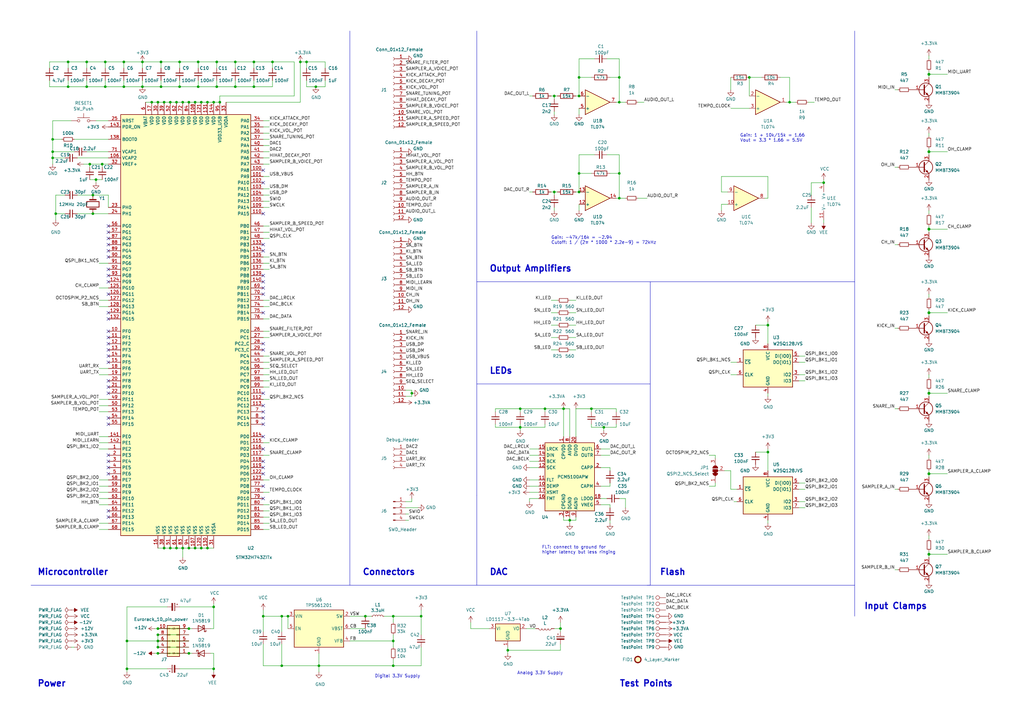
<source format=kicad_sch>
(kicad_sch (version 20231120) (generator "eeschema") (generator_version "8.0")
  (paper "A3")
  (title_block (title "Punck v1") (rev "1") (company "Mountjoy Modular"))
  (junction (at 323.85 41.91))
  (junction (at 125.73 25.4))
  (junction (at 87.63 248.92))
  (junction (at 123.19 25.4))
  (junction (at 81.28 25.4))
  (junction (at 307.34 31.75))
  (junction (at 254 81.28))
  (junction (at 21.59 62.23))
  (junction (at 149.86 252.73))
  (junction (at 64.77 267.97))
  (junction (at 129.54 35.56))
  (junction (at 115.57 252.73))
  (junction (at 118.11 252.73))
  (junction (at 64.77 41.91))
  (junction (at 77.47 267.97))
  (junction (at 41.91 67.31))
  (junction (at 62.23 41.91))
  (junction (at 381 93.98) (diameter 1.016))
  (junction (at 52.07 262.89))
  (junction (at 66.04 35.56))
  (junction (at 64.77 260.35))
  (junction (at 104.14 25.4))
  (junction (at 69.85 224.79))
  (junction (at 27.94 25.4))
  (junction (at 27.94 35.56))
  (junction (at 237.49 71.12))
  (junction (at 96.52 25.4))
  (junction (at 64.77 262.89))
  (junction (at 38.1 80.01))
  (junction (at 208.28 266.7))
  (junction (at 161.29 262.89))
  (junction (at 242.57 167.64))
  (junction (at 130.81 273.05))
  (junction (at 74.93 224.79))
  (junction (at 82.55 41.91))
  (junction (at 85.09 224.79))
  (junction (at 80.01 41.91))
  (junction (at 50.8 35.56))
  (junction (at 87.63 274.32))
  (junction (at 237.49 78.74))
  (junction (at 104.14 35.56))
  (junction (at 74.93 41.91))
  (junction (at 81.28 35.56))
  (junction (at 254 71.12))
  (junction (at 69.85 41.91))
  (junction (at 213.36 175.26))
  (junction (at 82.55 224.79))
  (junction (at 337.82 74.93))
  (junction (at 77.47 41.91))
  (junction (at 227.33 78.74))
  (junction (at 50.8 25.4))
  (junction (at 85.09 41.91))
  (junction (at 67.31 224.79))
  (junction (at 39.37 73.66))
  (junction (at 88.9 35.56))
  (junction (at 90.17 41.91))
  (junction (at 237.49 39.37))
  (junction (at 64.77 265.43))
  (junction (at 381 30.48) (diameter 1.016))
  (junction (at 77.47 224.79))
  (junction (at 21.59 57.15))
  (junction (at 111.76 25.4))
  (junction (at 233.68 213.36))
  (junction (at 161.29 273.05))
  (junction (at 36.83 67.31))
  (junction (at 254 41.91))
  (junction (at 168.91 161.29))
  (junction (at 161.29 252.73))
  (junction (at 87.63 41.91))
  (junction (at 35.56 35.56))
  (junction (at 381 194.31) (diameter 1.016))
  (junction (at 314.96 185.42))
  (junction (at 237.49 31.75))
  (junction (at 43.18 25.4))
  (junction (at 254 31.75))
  (junction (at 107.95 252.73))
  (junction (at 58.42 35.56))
  (junction (at 58.42 25.4))
  (junction (at 72.39 224.79))
  (junction (at 66.04 25.4))
  (junction (at 43.18 35.56))
  (junction (at 35.56 25.4))
  (junction (at 67.31 41.91))
  (junction (at 223.52 167.64))
  (junction (at 21.59 64.77))
  (junction (at 22.86 87.63))
  (junction (at 231.14 167.64))
  (junction (at 72.39 41.91))
  (junction (at 381 227.33) (diameter 1.016))
  (junction (at 88.9 25.4))
  (junction (at 229.87 257.81))
  (junction (at 381 62.23) (diameter 1.016))
  (junction (at 77.47 257.81))
  (junction (at 73.66 25.4))
  (junction (at 38.1 87.63))
  (junction (at 213.36 167.64))
  (junction (at 172.72 252.73))
  (junction (at 247.65 175.26))
  (junction (at 73.66 35.56))
  (junction (at 381 161.29) (diameter 1.016))
  (junction (at 381 128.27) (diameter 1.016))
  (junction (at 64.77 257.81))
  (junction (at 115.57 273.05))
  (junction (at 52.07 274.32))
  (junction (at 96.52 35.56))
  (junction (at 227.33 39.37))
  (junction (at 314.96 133.35))
  (junction (at 80.01 224.79))
  (no_connect (at 107.95 184.15))
  (no_connect (at 44.45 146.05))
  (no_connect (at 44.45 128.27))
  (no_connect (at 44.45 120.65))
  (no_connect (at 44.45 110.49))
  (no_connect (at 107.95 113.03))
  (no_connect (at 44.45 130.81))
  (no_connect (at 44.45 171.45))
  (no_connect (at 107.95 166.37))
  (no_connect (at 107.95 161.29))
  (no_connect (at 44.45 173.99))
  (no_connect (at 44.45 186.69))
  (no_connect (at 107.95 204.47))
  (no_connect (at 107.95 199.39))
  (no_connect (at 107.95 74.93))
  (no_connect (at 107.95 87.63))
  (no_connect (at 44.45 191.77))
  (no_connect (at 107.95 118.11))
  (no_connect (at 44.45 113.03))
  (no_connect (at 44.45 156.21))
  (no_connect (at 107.95 191.77))
  (no_connect (at 44.45 194.31))
  (no_connect (at 107.95 179.07))
  (no_connect (at 44.45 138.43))
  (no_connect (at 44.45 100.33))
  (no_connect (at 44.45 209.55))
  (no_connect (at 107.95 128.27))
  (no_connect (at 107.95 140.97))
  (no_connect (at 107.95 69.85))
  (no_connect (at 107.95 173.99))
  (no_connect (at 44.45 115.57))
  (no_connect (at 44.45 148.59))
  (no_connect (at 107.95 194.31))
  (no_connect (at 107.95 102.87))
  (no_connect (at 107.95 189.23))
  (no_connect (at 44.45 105.41))
  (no_connect (at 44.45 97.79))
  (no_connect (at 44.45 102.87))
  (no_connect (at 107.95 120.65))
  (no_connect (at 44.45 189.23))
  (no_connect (at 107.95 143.51))
  (no_connect (at 44.45 158.75))
  (no_connect (at 44.45 95.25))
  (no_connect (at 107.95 115.57))
  (no_connect (at 107.95 100.33))
  (no_connect (at 44.45 140.97))
  (no_connect (at 44.45 135.89))
  (no_connect (at 44.45 161.29))
  (no_connect (at 107.95 168.91))
  (no_connect (at 107.95 171.45))
  (no_connect (at 44.45 212.09))
  (no_connect (at 44.45 92.71))
  (no_connect (at 44.45 143.51))
  (wire (pts (xy 246.38 199.39) (xy 250.19 199.39)))
  (wire (pts (xy 226.06 78.74) (xy 227.33 78.74)))
  (wire (pts (xy 64.77 257.81) (xy 77.47 257.81)))
  (wire (pts (xy 130.81 273.05) (xy 161.29 273.05)))
  (wire (pts (xy 40.64 196.85) (xy 44.45 196.85)))
  (wire (pts (xy 80.01 41.91) (xy 82.55 41.91)))
  (wire (pts (xy 226.06 143.51) (xy 228.6 143.51)))
  (wire (pts (xy 327.66 200.66) (xy 330.2 200.66)))
  (wire (pts (xy 233.68 167.64) (xy 233.68 179.07)))
  (wire (pts (xy 300.99 205.74) (xy 302.26 205.74)))
  (wire (pts (xy 381 92.71) (xy 381 93.98)))
  (wire (pts (xy 261.62 81.28) (xy 265.43 81.28)))
  (wire (pts (xy 226.06 39.37) (xy 227.33 39.37)))
  (wire (pts (xy 327.66 205.74) (xy 330.2 205.74)))
  (wire (pts (xy 34.29 67.31) (xy 36.83 67.31)))
  (wire (pts (xy 229.87 255.27) (xy 229.87 257.81)))
  (wire (pts (xy 213.36 175.26) (xy 223.52 175.26)))
  (wire (pts (xy 110.49 105.41) (xy 107.95 105.41)))
  (wire (pts (xy 27.94 27.94) (xy 27.94 25.4)))
  (wire (pts (xy 82.55 224.79) (xy 85.09 224.79)))
  (wire (pts (xy 62.23 41.91) (xy 64.77 41.91)))
  (wire (pts (xy 40.64 125.73) (xy 44.45 125.73)))
  (wire (pts (xy 77.47 224.79) (xy 80.01 224.79)))
  (wire (pts (xy 213.36 167.64) (xy 223.52 167.64)))
  (polyline (pts (xy 195.58 203.2) (xy 195.58 240.03)))
  (wire (pts (xy 217.17 196.85) (xy 220.98 196.85)))
  (wire (pts (xy 27.94 35.56) (xy 35.56 35.56)))
  (wire (pts (xy 233.68 167.64) (xy 231.14 167.64)))
  (wire (pts (xy 233.68 138.43) (xy 236.22 138.43)))
  (wire (pts (xy 203.2 167.64) (xy 213.36 167.64)))
  (wire (pts (xy 40.64 118.11) (xy 44.45 118.11)))
  (wire (pts (xy 107.95 130.81) (xy 110.49 130.81)))
  (wire (pts (xy 168.91 205.74) (xy 168.91 204.47)))
  (wire (pts (xy 143.51 252.73) (xy 149.86 252.73)))
  (wire (pts (xy 40.64 199.39) (xy 44.45 199.39)))
  (wire (pts (xy 236.22 167.64) (xy 242.57 167.64)))
  (wire (pts (xy 252.73 81.28) (xy 254 81.28)))
  (wire (pts (xy 44.45 168.91) (xy 40.64 168.91)))
  (wire (pts (xy 298.45 78.74) (xy 295.91 78.74)))
  (wire (pts (xy 50.8 27.94) (xy 50.8 25.4)))
  (wire (pts (xy 27.94 25.4) (xy 35.56 25.4)))
  (wire (pts (xy 217.17 186.69) (xy 220.98 186.69)))
  (wire (pts (xy 110.49 151.13) (xy 107.95 151.13)))
  (wire (pts (xy 86.36 267.97) (xy 87.63 267.97)))
  (wire (pts (xy 293.37 198.12) (xy 293.37 199.39)))
  (wire (pts (xy 110.49 212.09) (xy 107.95 212.09)))
  (wire (pts (xy 248.92 24.13) (xy 254 24.13)))
  (wire (pts (xy 309.88 133.35) (xy 314.96 133.35)))
  (wire (pts (xy 252.73 173.99) (xy 252.73 175.26)))
  (wire (pts (xy 327.66 148.59) (xy 330.2 148.59)))
  (wire (pts (xy 299.72 153.67) (xy 302.26 153.67)))
  (wire (pts (xy 40.64 153.67) (xy 44.45 153.67)))
  (polyline (pts (xy -64.77 125.73) (xy -8.89 125.73)))
  (wire (pts (xy 250.19 213.36) (xy 250.19 214.63)))
  (wire (pts (xy 25.4 57.15) (xy 21.59 57.15)))
  (wire (pts (xy 231.14 213.36) (xy 233.68 213.36)))
  (wire (pts (xy 41.91 67.31) (xy 44.45 67.31)))
  (wire (pts (xy 81.28 35.56) (xy 88.9 35.56)))
  (wire (pts (xy 125.73 27.94) (xy 125.73 25.4)))
  (wire (pts (xy 44.45 184.15) (xy 40.64 184.15)))
  (wire (pts (xy 111.76 27.94) (xy 111.76 25.4)))
  (wire (pts (xy 110.49 52.07) (xy 107.95 52.07)))
  (wire (pts (xy 381 22.86) (xy 381 24.13)))
  (wire (pts (xy 90.17 41.91) (xy 90.17 39.37)))
  (wire (pts (xy 107.95 125.73) (xy 110.49 125.73)))
  (wire (pts (xy 67.31 224.79) (xy 69.85 224.79)))
  (wire (pts (xy 157.48 252.73) (xy 161.29 252.73)))
  (wire (pts (xy 217.17 204.47) (xy 217.17 205.74)))
  (polyline (pts (xy 266.7 240.03) (xy 265.43 240.03)))
  (wire (pts (xy 246.38 191.77) (xy 250.19 191.77)))
  (wire (pts (xy 110.49 57.15) (xy 107.95 57.15)))
  (wire (pts (xy 229.87 264.16) (xy 229.87 266.7)))
  (wire (pts (xy 110.49 54.61) (xy 107.95 54.61)))
  (wire (pts (xy 21.59 57.15) (xy 21.59 62.23)))
  (wire (pts (xy 107.95 138.43) (xy 110.49 138.43)))
  (wire (pts (xy 44.45 217.17) (xy 40.64 217.17)))
  (wire (pts (xy 208.28 266.7) (xy 229.87 266.7)))
  (wire (pts (xy 66.04 35.56) (xy 73.66 35.56)))
  (wire (pts (xy 22.86 87.63) (xy 22.86 90.17)))
  (wire (pts (xy 381 86.36) (xy 381 87.63)))
  (wire (pts (xy 217.17 201.93) (xy 220.98 201.93)))
  (wire (pts (xy 21.59 62.23) (xy 30.48 62.23)))
  (wire (pts (xy 252.73 168.91) (xy 252.73 167.64)))
  (wire (pts (xy 290.83 199.39) (xy 293.37 199.39)))
  (wire (pts (xy 309.88 185.42) (xy 314.96 185.42)))
  (wire (pts (xy 111.76 33.02) (xy 111.76 35.56)))
  (wire (pts (xy 226.06 128.27) (xy 228.6 128.27)))
  (wire (pts (xy 30.48 57.15) (xy 44.45 57.15)))
  (wire (pts (xy 40.64 207.01) (xy 44.45 207.01)))
  (wire (pts (xy 44.45 64.77) (xy 31.75 64.77)))
  (wire (pts (xy 107.95 181.61) (xy 110.49 181.61)))
  (wire (pts (xy 133.35 35.56) (xy 133.35 33.02)))
  (polyline (pts (xy 12.7 240.03) (xy 350.52 240.03)))
  (wire (pts (xy 110.49 95.25) (xy 107.95 95.25)))
  (wire (pts (xy 243.84 63.5) (xy 237.49 63.5)))
  (wire (pts (xy 327.66 153.67) (xy 330.2 153.67)))
  (wire (pts (xy 50.8 35.56) (xy 58.42 35.56)))
  (wire (pts (xy 73.66 25.4) (xy 81.28 25.4)))
  (wire (pts (xy 314.96 72.39) (xy 314.96 81.28)))
  (wire (pts (xy 110.49 107.95) (xy 107.95 107.95)))
  (wire (pts (xy 242.57 168.91) (xy 242.57 167.64)))
  (wire (pts (xy 193.04 257.81) (xy 200.66 257.81)))
  (wire (pts (xy 88.9 25.4) (xy 96.52 25.4)))
  (wire (pts (xy 381 227.33) (xy 388.62 227.33)))
  (wire (pts (xy 110.49 72.39) (xy 107.95 72.39)))
  (wire (pts (xy 63.5 257.81) (xy 64.77 257.81)))
  (wire (pts (xy 314.96 81.28) (xy 313.69 81.28)))
  (wire (pts (xy 236.22 78.74) (xy 237.49 78.74)))
  (wire (pts (xy 110.49 80.01) (xy 107.95 80.01)))
  (wire (pts (xy 50.8 33.02) (xy 50.8 35.56)))
  (wire (pts (xy 30.48 265.43) (xy 29.21 265.43)))
  (wire (pts (xy 208.28 265.43) (xy 208.28 266.7)))
  (wire (pts (xy 237.49 71.12) (xy 237.49 78.74)))
  (wire (pts (xy 322.58 41.91) (xy 323.85 41.91)))
  (wire (pts (xy 161.29 252.73) (xy 172.72 252.73)))
  (wire (pts (xy 40.64 204.47) (xy 44.45 204.47)))
  (wire (pts (xy 107.95 252.73) (xy 115.57 252.73)))
  (wire (pts (xy 236.22 167.64) (xy 236.22 179.07)))
  (wire (pts (xy 26.67 80.01) (xy 22.86 80.01)))
  (polyline (pts (xy 143.51 240.03) (xy 143.51 12.7)))
  (wire (pts (xy 246.38 184.15) (xy 250.19 184.15)))
  (wire (pts (xy 107.95 264.16) (xy 107.95 273.05)))
  (wire (pts (xy 237.49 31.75) (xy 237.49 39.37)))
  (wire (pts (xy 58.42 33.02) (xy 58.42 35.56)))
  (wire (pts (xy 22.86 87.63) (xy 26.67 87.63)))
  (wire (pts (xy 69.85 41.91) (xy 72.39 41.91)))
  (wire (pts (xy 107.95 156.21) (xy 110.49 156.21)))
  (wire (pts (xy 118.11 252.73) (xy 115.57 252.73)))
  (wire (pts (xy 41.91 67.31) (xy 41.91 68.58)))
  (wire (pts (xy 332.74 85.09) (xy 332.74 91.44)))
  (wire (pts (xy 43.18 35.56) (xy 50.8 35.56)))
  (wire (pts (xy 86.36 257.81) (xy 87.63 257.81)))
  (wire (pts (xy 88.9 35.56) (xy 96.52 35.56)))
  (wire (pts (xy 96.52 33.02) (xy 96.52 35.56)))
  (wire (pts (xy 43.18 27.94) (xy 43.18 25.4)))
  (wire (pts (xy 293.37 186.69) (xy 293.37 187.96)))
  (wire (pts (xy 58.42 25.4) (xy 66.04 25.4)))
  (wire (pts (xy 20.32 33.02) (xy 20.32 35.56)))
  (wire (pts (xy 64.77 262.89) (xy 64.77 265.43)))
  (wire (pts (xy 104.14 35.56) (xy 111.76 35.56)))
  (wire (pts (xy 242.57 31.75) (xy 237.49 31.75)))
  (wire (pts (xy 367.03 36.83) (xy 368.3 36.83)))
  (wire (pts (xy 314.96 132.08) (xy 314.96 133.35)))
  (wire (pts (xy 226.06 138.43) (xy 228.6 138.43)))
  (wire (pts (xy 81.28 33.02) (xy 81.28 35.56)))
  (polyline (pts (xy 195.58 12.7) (xy 195.58 203.2)))
  (wire (pts (xy 87.63 274.32) (xy 87.63 275.59)))
  (wire (pts (xy 143.51 262.89) (xy 161.29 262.89)))
  (wire (pts (xy 52.07 274.32) (xy 68.58 274.32)))
  (wire (pts (xy 73.66 33.02) (xy 73.66 35.56)))
  (wire (pts (xy 314.96 184.15) (xy 314.96 185.42)))
  (wire (pts (xy 250.19 191.77) (xy 250.19 193.04)))
  (wire (pts (xy 381 161.29) (xy 381 162.56)))
  (wire (pts (xy 295.91 83.82) (xy 298.45 83.82)))
  (wire (pts (xy 104.14 27.94) (xy 104.14 25.4)))
  (wire (pts (xy 130.81 275.59) (xy 130.81 273.05)))
  (wire (pts (xy 36.83 73.66) (xy 39.37 73.66)))
  (wire (pts (xy 367.03 100.33) (xy 368.3 100.33)))
  (wire (pts (xy 31.75 80.01) (xy 38.1 80.01)))
  (wire (pts (xy 87.63 267.97) (xy 87.63 274.32)))
  (wire (pts (xy 44.45 166.37) (xy 40.64 166.37)))
  (wire (pts (xy 59.69 41.91) (xy 62.23 41.91)))
  (wire (pts (xy 217.17 199.39) (xy 220.98 199.39)))
  (wire (pts (xy 107.95 163.83) (xy 110.49 163.83)))
  (wire (pts (xy 107.95 250.19) (xy 107.95 252.73)))
  (wire (pts (xy 381 127) (xy 381 128.27)))
  (wire (pts (xy 107.95 82.55) (xy 110.49 82.55)))
  (wire (pts (xy 203.2 173.99) (xy 203.2 175.26)))
  (wire (pts (xy 172.72 252.73) (xy 172.72 250.19)))
  (wire (pts (xy 107.95 123.19) (xy 110.49 123.19)))
  (wire (pts (xy 29.21 49.53) (xy 21.59 49.53)))
  (wire (pts (xy 295.91 78.74) (xy 295.91 72.39)))
  (wire (pts (xy 107.95 196.85) (xy 110.49 196.85)))
  (wire (pts (xy 367.03 200.66) (xy 368.3 200.66)))
  (wire (pts (xy 381 60.96) (xy 381 62.23)))
  (wire (pts (xy 327.66 208.28) (xy 330.2 208.28)))
  (wire (pts (xy 87.63 247.65) (xy 87.63 248.92)))
  (wire (pts (xy 44.45 214.63) (xy 40.64 214.63)))
  (wire (pts (xy 254 31.75) (xy 254 41.91)))
  (wire (pts (xy 220.98 204.47) (xy 217.17 204.47)))
  (wire (pts (xy 381 186.69) (xy 381 187.96)))
  (wire (pts (xy 381 120.65) (xy 381 121.92)))
  (wire (pts (xy 73.66 27.94) (xy 73.66 25.4)))
  (wire (pts (xy 167.64 213.36) (xy 166.37 213.36)))
  (wire (pts (xy 125.73 25.4) (xy 123.19 25.4)))
  (wire (pts (xy 73.66 248.92) (xy 87.63 248.92)))
  (wire (pts (xy 69.85 224.79) (xy 72.39 224.79)))
  (wire (pts (xy 223.52 173.99) (xy 223.52 175.26)))
  (wire (pts (xy 290.83 186.69) (xy 293.37 186.69)))
  (wire (pts (xy 107.95 201.93) (xy 110.49 201.93)))
  (wire (pts (xy 168.91 160.02) (xy 166.37 160.02)))
  (wire (pts (xy 81.28 25.4) (xy 81.28 27.94)))
  (wire (pts (xy 168.91 162.56) (xy 168.91 161.29)))
  (wire (pts (xy 246.38 204.47) (xy 248.92 204.47)))
  (wire (pts (xy 107.95 252.73) (xy 107.95 259.08)))
  (wire (pts (xy 107.95 273.05) (xy 115.57 273.05)))
  (wire (pts (xy 110.49 97.79) (xy 107.95 97.79)))
  (wire (pts (xy 52.07 248.92) (xy 52.07 262.89)))
  (wire (pts (xy 227.33 40.64) (xy 227.33 39.37)))
  (wire (pts (xy 252.73 41.91) (xy 254 41.91)))
  (wire (pts (xy 314.96 185.42) (xy 314.96 193.04)))
  (wire (pts (xy 213.36 168.91) (xy 213.36 167.64)))
  (wire (pts (xy 297.18 193.04) (xy 299.72 193.04)))
  (wire (pts (xy 31.75 87.63) (xy 38.1 87.63)))
  (wire (pts (xy 115.57 264.16) (xy 115.57 273.05)))
  (wire (pts (xy 314.96 161.29) (xy 314.96 162.56)))
  (wire (pts (xy 381 54.61) (xy 381 55.88)))
  (wire (pts (xy 43.18 25.4) (xy 50.8 25.4)))
  (wire (pts (xy 307.34 31.75) (xy 312.42 31.75)))
  (wire (pts (xy 90.17 39.37) (xy 120.65 39.37)))
  (wire (pts (xy 52.07 275.59) (xy 52.07 274.32)))
  (wire (pts (xy 35.56 35.56) (xy 35.56 33.02)))
  (wire (pts (xy 299.72 31.75) (xy 299.72 36.83)))
  (wire (pts (xy 77.47 260.35) (xy 64.77 260.35)))
  (wire (pts (xy 66.04 35.56) (xy 66.04 33.02)))
  (wire (pts (xy 21.59 67.31) (xy 21.59 64.77)))
  (polyline (pts (xy 195.58 115.57) (xy 350.52 115.57)))
  (wire (pts (xy 223.52 167.64) (xy 231.14 167.64)))
  (wire (pts (xy 242.57 167.64) (xy 252.73 167.64)))
  (wire (pts (xy 227.33 39.37) (xy 228.6 39.37)))
  (wire (pts (xy 73.66 274.32) (xy 87.63 274.32)))
  (wire (pts (xy 125.73 35.56) (xy 129.54 35.56)))
  (wire (pts (xy 236.22 212.09) (xy 236.22 213.36)))
  (wire (pts (xy 36.83 68.58) (xy 36.83 67.31)))
  (wire (pts (xy 72.39 224.79) (xy 74.93 224.79)))
  (wire (pts (xy 299.72 148.59) (xy 302.26 148.59)))
  (wire (pts (xy 233.68 213.36) (xy 233.68 214.63)))
  (wire (pts (xy 107.95 158.75) (xy 110.49 158.75)))
  (wire (pts (xy 80.01 224.79) (xy 82.55 224.79)))
  (wire (pts (xy 314.96 133.35) (xy 314.96 140.97)))
  (wire (pts (xy 166.37 162.56) (xy 168.91 162.56)))
  (wire (pts (xy 246.38 207.01) (xy 250.19 207.01)))
  (wire (pts (xy 120.65 39.37) (xy 120.65 25.4)))
  (wire (pts (xy 115.57 273.05) (xy 130.81 273.05)))
  (wire (pts (xy 161.29 252.73) (xy 161.29 255.27)))
  (wire (pts (xy 149.86 252.73) (xy 152.4 252.73)))
  (wire (pts (xy 107.95 110.49) (xy 110.49 110.49)))
  (wire (pts (xy 44.45 179.07) (xy 40.64 179.07)))
  (wire (pts (xy 166.37 210.82) (xy 167.64 210.82)))
  (wire (pts (xy 110.49 92.71) (xy 107.95 92.71)))
  (wire (pts (xy 43.18 33.02) (xy 43.18 35.56)))
  (wire (pts (xy 381 226.06) (xy 381 227.33)))
  (wire (pts (xy 44.45 85.09) (xy 44.45 80.01)))
  (wire (pts (xy 120.65 25.4) (xy 111.76 25.4)))
  (wire (pts (xy 193.04 255.27) (xy 193.04 257.81)))
  (wire (pts (xy 21.59 64.77) (xy 21.59 62.23)))
  (wire (pts (xy 82.55 41.91) (xy 85.09 41.91)))
  (wire (pts (xy 36.83 67.31) (xy 41.91 67.31)))
  (wire (pts (xy 381 128.27) (xy 388.62 128.27)))
  (wire (pts (xy 44.45 80.01) (xy 38.1 80.01)))
  (wire (pts (xy 110.49 146.05) (xy 107.95 146.05)))
  (polyline (pts (xy 266.7 115.57) (xy 266.7 240.03)))
  (wire (pts (xy 20.32 35.56) (xy 27.94 35.56)))
  (wire (pts (xy 323.85 31.75) (xy 323.85 41.91)))
  (wire (pts (xy 104.14 33.02) (xy 104.14 35.56)))
  (wire (pts (xy 327.66 198.12) (xy 330.2 198.12)))
  (wire (pts (xy 72.39 41.91) (xy 74.93 41.91)))
  (wire (pts (xy 96.52 27.94) (xy 96.52 25.4)))
  (wire (pts (xy 242.57 71.12) (xy 237.49 71.12)))
  (wire (pts (xy 27.94 35.56) (xy 27.94 33.02)))
  (wire (pts (xy 254 41.91) (xy 256.54 41.91)))
  (wire (pts (xy 203.2 167.64) (xy 203.2 168.91)))
  (wire (pts (xy 123.19 25.4) (xy 123.19 41.91)))
  (wire (pts (xy 67.31 41.91) (xy 69.85 41.91)))
  (wire (pts (xy 217.17 78.74) (xy 218.44 78.74)))
  (wire (pts (xy 85.09 224.79) (xy 87.63 224.79)))
  (wire (pts (xy 40.64 123.19) (xy 44.45 123.19)))
  (wire (pts (xy 39.37 49.53) (xy 44.45 49.53)))
  (wire (pts (xy 231.14 167.64) (xy 231.14 179.07)))
  (wire (pts (xy 320.04 31.75) (xy 323.85 31.75)))
  (wire (pts (xy 88.9 35.56) (xy 88.9 33.02)))
  (wire (pts (xy 64.77 41.91) (xy 67.31 41.91)))
  (wire (pts (xy 64.77 260.35) (xy 64.77 262.89)))
  (wire (pts (xy 226.06 123.19) (xy 228.6 123.19)))
  (wire (pts (xy 227.33 78.74) (xy 228.6 78.74)))
  (wire (pts (xy 66.04 27.94) (xy 66.04 25.4)))
  (wire (pts (xy 215.9 257.81) (xy 219.71 257.81)))
  (wire (pts (xy 233.68 133.35) (xy 236.22 133.35)))
  (wire (pts (xy 52.07 248.92) (xy 68.58 248.92)))
  (wire (pts (xy 367.03 134.62) (xy 368.3 134.62)))
  (wire (pts (xy 250.19 198.12) (xy 250.19 199.39)))
  (wire (pts (xy 81.28 25.4) (xy 88.9 25.4)))
  (wire (pts (xy 110.49 62.23) (xy 107.95 62.23)))
  (wire (pts (xy 367.03 233.68) (xy 368.3 233.68)))
  (wire (pts (xy 295.91 83.82) (xy 295.91 86.36)))
  (wire (pts (xy 299.72 44.45) (xy 307.34 44.45)))
  (wire (pts (xy 39.37 73.66) (xy 41.91 73.66)))
  (wire (pts (xy 129.54 35.56) (xy 133.35 35.56)))
  (wire (pts (xy 35.56 25.4) (xy 43.18 25.4)))
  (wire (pts (xy 107.95 153.67) (xy 110.49 153.67)))
  (wire (pts (xy 332.74 74.93) (xy 337.82 74.93)))
  (wire (pts (xy 381 219.71) (xy 381 220.98)))
  (polyline (pts (xy -64.77 0) (xy -8.89 0)))
  (wire (pts (xy 44.45 181.61) (xy 40.64 181.61)))
  (wire (pts (xy 168.91 161.29) (xy 168.91 160.02)))
  (wire (pts (xy 242.57 175.26) (xy 247.65 175.26)))
  (wire (pts (xy 74.93 224.79) (xy 74.93 228.6)))
  (wire (pts (xy 87.63 257.81) (xy 87.63 248.92)))
  (polyline (pts (xy -64.77 0) (xy -64.77 125.73)))
  (wire (pts (xy 92.71 41.91) (xy 123.19 41.91)))
  (wire (pts (xy 22.86 80.01) (xy 22.86 87.63)))
  (wire (pts (xy 327.66 146.05) (xy 330.2 146.05)))
  (wire (pts (xy 217.17 184.15) (xy 220.98 184.15)))
  (wire (pts (xy 161.29 260.35) (xy 161.29 262.89)))
  (wire (pts (xy 381 93.98) (xy 388.62 93.98)))
  (wire (pts (xy 110.49 186.69) (xy 107.95 186.69)))
  (wire (pts (xy 381 93.98) (xy 381 95.25)))
  (wire (pts (xy 63.5 267.97) (xy 64.77 267.97)))
  (wire (pts (xy 161.29 270.51) (xy 161.29 273.05)))
  (wire (pts (xy 110.49 64.77) (xy 107.95 64.77)))
  (wire (pts (xy 110.49 209.55) (xy 107.95 209.55)))
  (wire (pts (xy 125.73 33.02) (xy 125.73 35.56)))
  (wire (pts (xy 96.52 25.4) (xy 104.14 25.4)))
  (wire (pts (xy 381 128.27) (xy 381 129.54)))
  (wire (pts (xy 40.64 201.93) (xy 44.45 201.93)))
  (wire (pts (xy 295.91 72.39) (xy 314.96 72.39)))
  (wire (pts (xy 166.37 205.74) (xy 168.91 205.74)))
  (wire (pts (xy 243.84 24.13) (xy 237.49 24.13)))
  (wire (pts (xy 250.19 207.01) (xy 250.19 208.28)))
  (wire (pts (xy 254 71.12) (xy 250.19 71.12)))
  (wire (pts (xy 73.66 35.56) (xy 81.28 35.56)))
  (wire (pts (xy 229.87 257.81) (xy 227.33 257.81)))
  (wire (pts (xy 20.32 27.94) (xy 20.32 25.4)))
  (wire (pts (xy 227.33 80.01) (xy 227.33 78.74)))
  (polyline (pts (xy -8.89 125.73) (xy -8.89 0)))
  (wire (pts (xy 96.52 35.56) (xy 104.14 35.56)))
  (wire (pts (xy 254 81.28) (xy 256.54 81.28)))
  (wire (pts (xy 40.64 151.13) (xy 44.45 151.13)))
  (wire (pts (xy 381 194.31) (xy 388.62 194.31)))
  (wire (pts (xy 248.92 63.5) (xy 254 63.5)))
  (wire (pts (xy 381 30.48) (xy 388.62 30.48)))
  (wire (pts (xy 66.04 25.4) (xy 73.66 25.4)))
  (wire (pts (xy 367.03 167.64) (xy 368.3 167.64)))
  (wire (pts (xy 107.95 67.31) (xy 110.49 67.31)))
  (wire (pts (xy 26.67 64.77) (xy 21.59 64.77)))
  (wire (pts (xy 110.49 77.47) (xy 107.95 77.47)))
  (wire (pts (xy 254 71.12) (xy 254 81.28)))
  (wire (pts (xy 381 194.31) (xy 381 195.58)))
  (wire (pts (xy 331.47 41.91) (xy 334.01 41.91)))
  (polyline (pts (xy 195.58 157.48) (xy 266.7 157.48)))
  (wire (pts (xy 74.93 224.79) (xy 77.47 224.79)))
  (wire (pts (xy 217.17 191.77) (xy 220.98 191.77)))
  (wire (pts (xy 337.82 73.66) (xy 337.82 74.93)))
  (wire (pts (xy 172.72 252.73) (xy 172.72 260.35)))
  (wire (pts (xy 217.17 189.23) (xy 220.98 189.23)))
  (wire (pts (xy 247.65 175.26) (xy 252.73 175.26)))
  (wire (pts (xy 261.62 41.91) (xy 264.16 41.91)))
  (wire (pts (xy 254 31.75) (xy 250.19 31.75)))
  (wire (pts (xy 229.87 259.08) (xy 229.87 257.81)))
  (wire (pts (xy 231.14 212.09) (xy 231.14 213.36)))
  (wire (pts (xy 236.22 39.37) (xy 237.49 39.37)))
  (wire (pts (xy 381 29.21) (xy 381 30.48)))
  (wire (pts (xy 77.47 41.91) (xy 80.01 41.91)))
  (wire (pts (xy 58.42 27.94) (xy 58.42 25.4)))
  (wire (pts (xy 236.22 213.36) (xy 233.68 213.36)))
  (wire (pts (xy 77.47 257.81) (xy 78.74 257.81)))
  (wire (pts (xy 213.36 175.26) (xy 213.36 176.53)))
  (wire (pts (xy 332.74 80.01) (xy 332.74 74.93)))
  (wire (pts (xy 39.37 74.93) (xy 39.37 73.66)))
  (wire (pts (xy 110.49 217.17) (xy 107.95 217.17)))
  (wire (pts (xy 85.09 41.91) (xy 87.63 41.91)))
  (wire (pts (xy 381 193.04) (xy 381 194.31)))
  (wire (pts (xy 381 160.02) (xy 381 161.29)))
  (wire (pts (xy 166.37 208.28) (xy 171.45 208.28)))
  (wire (pts (xy 226.06 133.35) (xy 228.6 133.35)))
  (wire (pts (xy 223.52 168.91) (xy 223.52 167.64)))
  (wire (pts (xy 213.36 173.99) (xy 213.36 175.26)))
  (wire (pts (xy 233.68 123.19) (xy 236.22 123.19)))
  (wire (pts (xy 299.72 200.66) (xy 302.26 200.66)))
  (wire (pts (xy 233.68 212.09) (xy 233.68 213.36)))
  (wire (pts (xy 44.45 163.83) (xy 40.64 163.83)))
  (wire (pts (xy 246.38 186.69) (xy 250.19 186.69)))
  (wire (pts (xy 77.47 262.89) (xy 64.77 262.89)))
  (wire (pts (xy 58.42 35.56) (xy 66.04 35.56)))
  (wire (pts (xy 125.73 25.4) (xy 133.35 25.4)))
  (wire (pts (xy 35.56 27.94) (xy 35.56 25.4)))
  (wire (pts (xy 20.32 25.4) (xy 27.94 25.4)))
  (wire (pts (xy 237.49 83.82) (xy 237.49 86.36)))
  (wire (pts (xy 237.49 44.45) (xy 237.49 46.99)))
  (wire (pts (xy 247.65 176.53) (xy 247.65 175.26)))
  (wire (pts (xy 172.72 265.43) (xy 172.72 273.05)))
  (wire (pts (xy 227.33 45.72) (xy 227.33 46.99)))
  (wire (pts (xy 381 227.33) (xy 381 228.6)))
  (wire (pts (xy 254 24.13) (xy 254 31.75)))
  (wire (pts (xy 299.72 193.04) (xy 299.72 200.66)))
  (wire (pts (xy 115.57 259.08) (xy 115.57 252.73)))
  (wire (pts (xy 87.63 41.91) (xy 90.17 41.91)))
  (wire (pts (xy 143.51 257.81) (xy 149.86 257.81)))
  (wire (pts (xy 254 63.5) (xy 254 71.12)))
  (wire (pts (xy 254 204.47) (xy 256.54 204.47)))
  (wire (pts (xy 110.49 148.59) (xy 107.95 148.59)))
  (wire (pts (xy 256.54 204.47) (xy 256.54 208.28)))
  (wire (pts (xy 133.35 27.94) (xy 133.35 25.4)))
  (wire (pts (xy 52.07 262.89) (xy 52.07 274.32)))
  (wire (pts (xy 233.68 143.51) (xy 236.22 143.51)))
  (wire (pts (xy 130.81 267.97) (xy 130.81 273.05)))
  (wire (pts (xy 35.56 35.56) (xy 43.18 35.56)))
  (wire (pts (xy 172.72 273.05) (xy 161.29 273.05)))
  (wire (pts (xy 110.49 207.01) (xy 107.95 207.01)))
  (wire (pts (xy 381 161.29) (xy 388.62 161.29)))
  (wire (pts (xy 203.2 175.26) (xy 213.36 175.26)))
  (wire (pts (xy 217.17 39.37) (xy 218.44 39.37)))
  (wire (pts (xy 307.34 31.75) (xy 307.34 39.37)))
  (wire (pts (xy 107.95 85.09) (xy 110.49 85.09)))
  (wire (pts (xy 237.49 24.13) (xy 237.49 31.75)))
  (wire (pts (xy 110.49 214.63) (xy 107.95 214.63)))
  (wire (pts (xy 227.33 85.09) (xy 227.33 86.36)))
  (wire (pts (xy 77.47 267.97) (xy 78.74 267.97)))
  (wire (pts (xy 111.76 25.4) (xy 104.14 25.4)))
  (wire (pts (xy 110.49 135.89) (xy 107.95 135.89)))
  (wire (pts (xy 64.77 224.79) (xy 67.31 224.79)))
  (wire (pts (xy 337.82 90.17) (xy 337.82 91.44)))
  (wire (pts (xy 50.8 25.4) (xy 58.42 25.4)))
  (wire (pts (xy 327.66 156.21) (xy 330.2 156.21)))
  (wire (pts (xy 381 62.23) (xy 388.62 62.23)))
  (wire (pts (xy 242.57 173.99) (xy 242.57 175.26)))
  (wire (pts (xy 381 62.23) (xy 381 63.5)))
  (wire (pts (xy 64.77 267.97) (xy 77.47 267.97)))
  (wire (pts (xy 161.29 262.89) (xy 161.29 265.43)))
  (wire (pts (xy 233.68 128.27) (xy 236.22 128.27)))
  (wire (pts (xy 110.49 59.69) (xy 107.95 59.69)))
  (wire (pts (xy 381 153.67) (xy 381 154.94)))
  (wire (pts (xy 381 30.48) (xy 381 31.75)))
  (wire (pts (xy 52.07 262.89) (xy 64.77 262.89)))
  (wire (pts (xy 118.11 257.81) (xy 118.11 252.73)))
  (wire (pts (xy 74.93 41.91) (xy 77.47 41.91)))
  (wire (pts (xy 237.49 63.5) (xy 237.49 71.12)))
  (polyline (pts (xy 350.52 252.73) (xy 350.52 12.7)))
  (wire (pts (xy 44.45 62.23) (xy 35.56 62.23)))
  (wire (pts (xy 21.59 49.53) (xy 21.59 57.15)))
  (wire (pts (xy 314.96 213.36) (xy 314.96 214.63)))
  (wire (pts (xy 77.47 265.43) (xy 64.77 265.43)))
  (wire (pts (xy 323.85 41.91) (xy 326.39 41.91)))
  (wire (pts (xy 110.49 49.53) (xy 107.95 49.53)))
  (wire (pts (xy 40.64 107.95) (xy 44.45 107.95)))
  (wire (pts (xy 367.03 68.58) (xy 368.3 68.58)))
  (wire (pts (xy 208.28 266.7) (xy 208.28 267.97)))
  (wire (pts (xy 38.1 87.63) (xy 44.45 87.63)))
  (wire (pts (xy 88.9 27.94) (xy 88.9 25.4)))
  (text "Digital 3.3V Supply" (at 153.67 278.13 0) (effects (font (size 1.27 1.27)) (justify left bottom)))
  (text "Gain: 1 + 10k/15k = 1.66\nVout = 3.3 * 1.66 = 5.5V" (at 303.53 58.42 0) (effects (font (size 1.27 1.27)) (justify left bottom)))
  (text "ADC Pins\n--------\nPA0 ADC1_INP16       \nPA1 ADC1_INP17       \nPA2 ADC12_INP14      \nPA3 ADC12_INP15      \n[PA4 ADC12_INP18 DAC]\n[PA5 ADC12_INP19 DAC]\nPA6 ADC12_INP3       \nPA7 ADC12_INP7       \n                     \nPB0 ADC12_INP9       \nPB1 ADC12_INP5       \n                     \nPC0 ADC123_INP10     \nPC1 ADC123_INP11     \nPC2 ADC123_INP12     \n[PC3_C ADC3_INP1]    \nPC4 ADC12_INP4       \nPC5 ADC12_INP8       \n                     \nPF11 ADC1_INP2       \nPF12 ADC1_INP6       \nPF13 ADC2_INP2       \nPF14 ADC2_INP6       " (at -55.88 85.09 0) (effects (font (size 2 2)) (justify left bottom)))
  (text "Gain: -47k/16k = -2.94\nCutoff: 1 / (2π * 1000 * 2.2e-9) = 72kHz" (at 226.06 100.33 0) (effects (font (size 1.27 1.27)) (justify left bottom)))
  (text "Microcontroller" (at 15.24 236.22 0) (effects (font (size 2.54 2.54) (thickness 0.508) (bold yes)) (justify left bottom)))
  (text "Connectors" (at 148.59 236.22 0) (effects (font (size 2.54 2.54) (thickness 0.508) (bold yes)) (justify left bottom)))
  (text "Analog 3.3V Supply" (at 212.09 276.86 0) (effects (font (size 1.27 1.27)) (justify left bottom)))
  (text "LED Pins\n--------\nPC6-9: TIM3/TIM8\nPD12-15: TIM4\nPB4-5: TIM3\nPB6-7: TIM4" (at -55.88 115.57 0) (effects (font (size 2 2)) (justify left bottom)))
  (text "LEDs" (at 200.66 153.67 0) (effects (font (size 2.54 2.54) (thickness 0.508) (bold yes)) (justify left bottom)))
  (text "Power" (at 15.24 281.94 0) (effects (font (size 2.54 2.54) (thickness 0.508) (bold yes)) (justify left bottom)))
  (text "Flash" (at 270.51 236.22 0) (effects (font (size 2.54 2.54) (thickness 0.508) (bold yes)) (justify left bottom)))
  (text "DAC" (at 200.66 236.22 0) (effects (font (size 2.54 2.54) (thickness 0.508) (bold yes)) (justify left bottom)))
  (text "Output Amplifiers" (at 200.66 111.76 0) (effects (font (size 2.54 2.54) (thickness 0.508) (bold yes)) (justify left bottom)))
  (text "FLT: connect to ground for \nhigher latency but less ringing" (at 222.25 227.33 0) (effects (font (size 1.27 1.27)) (justify left bottom)))
  (text "Test Points" (at 254 281.94 0) (effects (font (size 2.54 2.54) (thickness 0.508) (bold yes)) (justify left bottom)))
  (text "Input Clamps" (at 354.33 250.19 0) (effects (font (size 2.54 2.54) (thickness 0.508) (bold yes)) (justify left bottom)))
  (label "QSPI_CLK" (at 300.99 205.74 180))
  (label "SNARE_CLAMP" (at 388.62 161.29 0))
  (label "DAC_OUT_R" (at 250.19 186.69 0))
  (label "KICK_CLAMP" (at 110.49 181.61 0))
  (label "QSPI_CLK" (at 299.72 153.67 180))
  (label "SNARE_FILTER_POT" (at 166.37 26.67 0))
  (label "SN_LED_OUT" (at 110.49 156.21 0))
  (label "QSPI_BK2_NCS" (at 290.83 199.39 180))
  (label "SN_BTN" (at 166.37 106.68 0))
  (label "USB_DM" (at 110.49 77.47 0))
  (label "KICK_ATTACK_POT" (at 110.49 49.53 0))
  (label "SN_LED" (at 226.06 128.27 180))
  (label "HIHAT_DECAY_POT" (at 110.49 64.77 0))
  (label "DAC_DATA" (at 273.05 247.65 0))
  (label "MIDI_IN" (at 367.03 36.83 180))
  (label "SAMPLER_A_CLAMP" (at 40.64 214.63 180))
  (label "TEMPO_OUT" (at 334.01 41.91 0))
  (label "HH_LED" (at 166.37 154.94 0))
  (label "HH_LED_OUT" (at 236.22 133.35 0))
  (label "SAMPLER_B_CLAMP" (at 388.62 227.33 0))
  (label "HIHAT_DECAY_POT" (at 166.37 41.91 0))
  (label "HIHAT_VOL_POT" (at 166.37 64.77 0))
  (label "QSPI_BK2_IO3" (at 330.2 208.28 0))
  (label "DAC1" (at 166.37 186.69 0))
  (label "SAMPLER_B_SPEED_POT" (at 166.37 52.07 0))
  (label "AUDIO_OUT_R" (at 166.37 82.55 0))
  (label "DAC_DATA" (at 110.49 130.81 0))
  (label "DAC_OUT_R" (at 217.17 78.74 180))
  (label "SAMPLER_A_SPEED_POT" (at 110.49 148.59 0))
  (label "DAC_LRCLK" (at 273.05 245.11 0))
  (label "MIDI_IN" (at 166.37 119.38 0))
  (label "SAMPLER_B_SPEED_POT" (at 110.49 92.71 0))
  (label "SNARE_IN" (at 367.03 167.64 180))
  (label "QSPI_BK1_IO3" (at 110.49 212.09 0))
  (label "MIDI_UART" (at 388.62 30.48 0))
  (label "SN_LED_OUT" (at 236.22 128.27 0))
  (label "SB_BTN" (at 166.37 111.76 0))
  (label "KICK_DECAY_POT" (at 166.37 34.29 0))
  (label "AUDIO_OUT_L" (at 166.37 87.63 0))
  (label "SA_LED_OUT" (at 236.22 138.43 0))
  (label "DAC_BCLK" (at 273.05 250.19 0))
  (label "QSPI_BK2_IO3" (at 40.64 204.47 180))
  (label "QSPI_BK2_IO0" (at 330.2 198.12 0))
  (label "SAMPLER_A_VOICE_POT" (at 110.49 138.43 0))
  (label "DAC_BCLK" (at 110.49 125.73 0))
  (label "AUDIO_OUT_R" (at 265.43 81.28 0))
  (label "USB_DP" (at 166.37 142.24 0))
  (label "QSPI_BK2_IO1" (at 330.2 200.66 0))
  (label "DAC2" (at 166.37 184.15 0))
  (label "SAMPLER_A_VOL_POT" (at 40.64 163.83 180))
  (label "QSPI_BK1_IO0" (at 330.2 146.05 0))
  (label "FB" (at 143.51 262.89 0))
  (label "DAC_OUT_L" (at 217.17 39.37 180))
  (label "UART_TX" (at 40.64 153.67 180))
  (label "MIDI_UART" (at 40.64 179.07 180))
  (label "DAC2" (at 110.49 62.23 0))
  (label "UART_RX" (at 40.64 151.13 180))
  (label "VSW" (at 143.51 252.73 0))
  (label "SNARE_CLAMP" (at 110.49 186.69 0))
  (label "DAC1" (at 110.49 59.69 0))
  (label "SAMPLER_A_CLAMP" (at 388.62 194.31 0))
  (label "SA_BTN" (at 110.49 110.49 0))
  (label "SB_LED" (at 166.37 114.3 0))
  (label "TEMPO_OUT" (at 166.37 85.09 0))
  (label "USB_DM" (at 166.37 144.78 0))
  (label "SEQ_SELECT" (at 110.49 151.13 0))
  (label "SNARE_TUNING_POT" (at 110.49 57.15 0))
  (label "SNARE_VOL_POT" (at 110.49 146.05 0))
  (label "QSPI_CLK" (at 110.49 97.79 0))
  (label "KICK_VOL_POT" (at 166.37 36.83 0))
  (label "SAMPLER_B_CLAMP" (at 40.64 217.17 180))
  (label "QSPI_BK1_IO2" (at 330.2 153.67 0))
  (label "TEMPO_POT" (at 40.64 168.91 180))
  (label "VO" (at 217.17 257.81 0))
  (label "SWCLK" (at 110.49 85.09 0))
  (label "USB_DP" (at 110.49 80.01 0))
  (label "SEQ_SELECT" (at 166.37 157.48 0))
  (label "CH_IN" (at 166.37 121.92 0))
  (label "OCTOSPIM_P2_NCS" (at 40.64 123.19 180))
  (label "SAMPLER_B_VOICE_POT" (at 166.37 44.45 0))
  (label "KICK_VOL_POT" (at 110.49 54.61 0))
  (label "HH_BTN" (at 166.37 72.39 0))
  (label "KI_LED" (at 226.06 123.19 180))
  (label "MIDI_LEARN" (at 40.64 181.61 180))
  (label "UART_TX" (at 166.37 191.77 0))
  (label "SAMPLER_B_VOICE_POT" (at 110.49 67.31 0))
  (label "KI_BTN" (at 110.49 107.95 0))
  (label "SNARE_VOL_POT" (at 166.37 46.99 0))
  (label "QSPI_BK1_NCS" (at 40.64 107.95 180))
  (label "KI_LED_OUT" (at 110.49 158.75 0))
  (label "DAC_OUT_L" (at 250.19 184.15 0))
  (label "OCTOSPIM_P2_NCS" (at 290.83 186.69 180))
  (label "KICK_CLAMP" (at 388.62 128.27 0))
  (label "QSPI_BK1_IO3" (at 330.2 156.21 0))
  (label "SWIO" (at 167.64 210.82 0))
  (label "QSPI_BK1_NCS" (at 299.72 148.59 180))
  (label "SA_LED" (at 226.06 138.43 180))
  (label "SB_LED_OUT" (at 236.22 143.51 0))
  (label "KI_LED" (at 166.37 149.86 0))
  (label "SAMPLER_B_IN" (at 166.37 80.01 0))
  (label "USB_VBUS" (at 166.37 147.32 0))
  (label "KICK_ATTACK_POT" (at 166.37 31.75 0))
  (label "UART_RX" (at 166.37 189.23 0))
  (label "SNARE_TUNING_POT" (at 166.37 39.37 0))
  (label "HIHAT_VOL_POT" (at 110.49 95.25 0))
  (label "HH_LED" (at 226.06 133.35 180))
  (label "DAC_LRCLK" (at 110.49 123.19 0))
  (label "SWCLK" (at 167.64 213.36 0))
  (label "SA_LED" (at 166.37 109.22 0))
  (label "QSPI_BK1_IO0" (at 110.49 207.01 0))
  (label "QSPI_BK2_IO2" (at 330.2 205.74 0))
  (label "SAMPLER_B_VOL_POT" (at 40.64 166.37 180))
  (label "SA_BTN" (at 166.37 101.6 0))
  (label "QSPI_BK2_IO1" (at 40.64 199.39 180))
  (label "SA_LED_OUT" (at 110.49 214.63 0))
  (label "SNARE_IN" (at 166.37 137.16 0))
  (label "CH_IN" (at 367.03 100.33 180))
  (label "OH_CLAMP" (at 110.49 196.85 0))
  (label "DAC_LRCLK" (at 217.17 184.15 180))
  (label "MIDI_LEARN" (at 166.37 116.84 0))
  (label "SAMPLER_A_VOICE_POT" (at 166.37 29.21 0))
  (label "CH_CLAMP" (at 388.62 93.98 0))
  (label "KICK_IN" (at 166.37 139.7 0))
  (label "DAC_BCLK" (at 217.17 189.23 180))
  (label "SWIO" (at 110.49 82.55 0))
  (label "HH_BTN" (at 40.64 207.01 180))
  (label "OH_IN" (at 367.03 68.58 180))
  (label "SAMPLER_A_SPEED_POT" (at 166.37 49.53 0))
  (label "KICK_IN" (at 367.03 134.62 180))
  (label "SAMPLER_A_IN" (at 367.03 200.66 180))
  (label "SAMPLER_B_VOL_POT" (at 166.37 69.85 0))
  (label "HH_LED_OUT" (at 110.49 153.67 0))
  (label "TEMPO_POT" (at 166.37 74.93 0))
  (label "KICK_DECAY_POT" (at 110.49 52.07 0))
  (label "OH_CLAMP" (at 388.62 62.23 0))
  (label "SNARE_FILTER_POT" (at 110.49 135.89 0))
  (label "QSPI_BK2_IO0" (at 40.64 196.85 180))
  (label "QSPI_BK2_NCS" (at 110.49 163.83 0))
  (label "OH_IN" (at 166.37 124.46 0))
  (label "CB" (at 143.51 257.81 0))
  (label "KI_BTN" (at 166.37 104.14 0))
  (label "AUDIO_OUT_L" (at 264.16 41.91 0))
  (label "QSPI_BK1_IO2" (at 40.64 184.15 180))
  (label "SB_LED" (at 226.06 143.51 180))
  (label "KI_LED_OUT" (at 236.22 123.19 0))
  (label "TEMPO_CLOCK" (at 299.72 44.45 180))
  (label "SB_LED_OUT" (at 110.49 217.17 0))
  (label "SN_LED" (at 166.37 152.4 0))
  (label "CH_CLAMP" (at 40.64 118.11 180))
  (label "USB_VBUS" (at 110.49 72.39 0))
  (label "QSPI_BK1_IO1" (at 110.49 209.55 0))
  (label "QSPI_BK1_IO1" (at 330.2 148.59 0))
  (label "SAMPLER_A_VOL_POT" (at 166.37 67.31 0))
  (label "SAMPLER_B_IN" (at 367.03 233.68 180))
  (label "DAC_DATA" (at 217.17 186.69 180))
  (label "SN_BTN" (at 110.49 105.41 0))
  (label "TEMPO_CLOCK" (at 110.49 201.93 0))
  (label "SB_BTN" (at 40.64 125.73 180))
  (label "QSPI_BK2_IO2" (at 40.64 201.93 180))
  (label "SAMPLER_A_IN" (at 166.37 77.47 0))
  (symbol (lib_id "Connector:Conn_01x04_Male") (at 161.29 208.28 0) (unit 1)
    (property "Reference" "J6" (at 157.48 209.55 0))
    (property "Value" "SWD_Header" (at 165.1 217.17 0))
    (property "Footprint" "Custom_Footprints:SWD_header" (effects (hide yes)))
  )
  (symbol (lib_id "power:+3.3V") (at 168.91 204.47 0) (unit 1)
    (property "Reference" "#PWR047" (effects (hide yes)))
    (property "Value" "+3V3" (at 166.37 200.66 0) (effects (justify left)))
  )
  (symbol (lib_id "power:GND") (at 171.45 208.28 90) (unit 1)
    (property "Reference" "#PWR048" (effects (hide yes)))
    (property "Value" "GND" (at 174.7012 208.153 90) (effects (justify right)))
  )
  (symbol (lib_id "Diode:1N5819") (at 82.55 257.81 180) (unit 1)
    (property "Reference" "D1" (at 82.55 252.3236 0))
    (property "Value" "1N5819" (at 82.55 254.635 0))
    (property "Footprint" "Diode_SMD:D_SOD-123" (effects (hide yes)))
    (property "Datasheet" "https://datasheet.lcsc.com/szlcsc/Changjiang-Electronics-Tech-CJ-B5819W_C8598.pdf" (effects (hide yes)))
    (property "Part_Number" "C8598" (effects (hide yes)))
  )
  (symbol (lib_id "Diode:1N5819") (at 82.55 267.97 0) (unit 1)
    (property "Reference" "D2" (at 82.55 262.4836 0))
    (property "Value" "1N5819" (at 82.55 264.795 0))
    (property "Footprint" "Diode_SMD:D_SOD-123" (effects (hide yes)))
    (property "Datasheet" "https://datasheet.lcsc.com/szlcsc/Changjiang-Electronics-Tech-CJ-B5819W_C8598.pdf" (effects (hide yes)))
    (property "Part_Number" "C8598" (effects (hide yes)))
  )
  (symbol (lib_id "Device:C_Polarized_Small") (at 71.12 248.92 270) (unit 1)
    (property "Reference" "C37" (at 67.31 246.38 90))
    (property "Value" "47uF" (at 76.2 246.38 90))
    (property "Footprint" "Capacitor_SMD:CP_Elec_5x5.8" (effects (hide yes)))
    (property "Part_Number" "C134798" (effects (hide yes)))
    (property "Rotation" "360" (effects (hide yes)))
  )
  (symbol (lib_id "Device:C_Polarized_Small") (at 71.12 274.32 90) (unit 1)
    (property "Reference" "C43" (at 67.31 276.86 90))
    (property "Value" "22uF" (at 74.93 276.86 90))
    (property "Footprint" "Capacitor_SMD:CP_Elec_4x5.8" (effects (hide yes)))
    (property "Part_Number" "C134793" (effects (hide yes)))
    (property "Rotation" "270" (effects (hide yes)))
  )
  (symbol (lib_id "power:VEE") (at 87.63 275.59 180) (unit 1)
    (property "Reference" "#PWR082" (effects (hide yes)))
    (property "Value" "VEE" (at 87.1728 279.9842 0))
  )
  (symbol (lib_id "power:VCC") (at 87.63 247.65 0) (unit 1)
    (property "Reference" "#PWR061" (effects (hide yes)))
    (property "Value" "VCC" (at 88.0618 243.2558 0))
  )
  (symbol (lib_id "power:-12V") (at 63.5 267.97 90) (unit 1)
    (property "Reference" "#PWR079" (effects (hide yes)))
    (property "Value" "-12V" (at 57.15 267.97 90))
  )
  (symbol (lib_id "power:+12V") (at 63.5 257.81 90) (unit 1)
    (property "Reference" "#PWR071" (effects (hide yes)))
    (property "Value" "+12V" (at 60.2488 257.429 90) (effects (justify left)))
  )
  (symbol (lib_id "power:GND") (at 52.07 275.59 0) (unit 1)
    (property "Reference" "#PWR081" (effects (hide yes)))
    (property "Value" "GND" (at 52.197 279.9842 0))
  )
  (symbol (lib_id "power:PWR_FLAG") (at 29.21 260.35 90) (unit 1)
    (property "Reference" "#FLG05" (effects (hide yes)))
    (property "Value" "PWR_FLAG" (at 25.4 260.3499 90) (effects (justify left)))
  )
  (symbol (lib_id "power:+3.3VA") (at 29.21 260.35 270) (unit 1)
    (property "Reference" "#PWR073" (effects (hide yes)))
    (property "Value" "+3.3VA" (at 33.02 260.3499 90) (effects (justify left)))
  )
  (symbol (lib_id "power:VEE") (at 29.21 250.19 270) (unit 1)
    (property "Reference" "#PWR062" (effects (hide yes)))
    (property "Value" "VEE" (at 33.02 250.1899 90) (effects (justify left)))
  )
  (symbol (lib_id "power:PWR_FLAG") (at 29.21 250.19 90) (unit 1)
    (property "Reference" "#FLG01" (effects (hide yes)))
    (property "Value" "PWR_FLAG" (at 25.4 250.1899 90) (effects (justify left)))
  )
  (symbol (lib_id "power:PWR_FLAG") (at 29.21 252.73 90) (unit 1)
    (property "Reference" "#FLG02" (effects (hide yes)))
    (property "Value" "PWR_FLAG" (at 25.4 252.7299 90) (effects (justify left)))
  )
  (symbol (lib_id "power:VCC") (at 29.21 252.73 270) (unit 1)
    (property "Reference" "#PWR065" (effects (hide yes)))
    (property "Value" "VCC" (at 33.02 252.7299 90) (effects (justify left)))
  )
  (symbol (lib_id "power:+12V") (at 29.21 257.81 270) (unit 1)
    (property "Reference" "#PWR070" (effects (hide yes)))
    (property "Value" "+12V" (at 33.02 257.8099 90) (effects (justify left)))
  )
  (symbol (lib_id "power:PWR_FLAG") (at 29.21 257.81 90) (unit 1)
    (property "Reference" "#FLG04" (effects (hide yes)))
    (property "Value" "PWR_FLAG" (at 25.4 257.8099 90) (effects (justify left)))
  )
  (symbol (lib_id "power:-12V") (at 29.21 255.27 270) (unit 1)
    (property "Reference" "#PWR066" (effects (hide yes)))
    (property "Value" "-12V" (at 32.385 255.2699 90) (effects (justify left)))
  )
  (symbol (lib_id "power:PWR_FLAG") (at 29.21 255.27 90) (unit 1)
    (property "Reference" "#FLG03" (effects (hide yes)))
    (property "Value" "PWR_FLAG" (at 25.4 255.2699 90) (effects (justify left)))
  )
  (symbol (lib_id "power:+3.3VA") (at 231.14 167.64 0) (unit 1)
    (property "Reference" "#PWR038" (effects (hide yes)))
    (property "Value" "+3.3VA" (at 224.79 162.56 0) (effects (justify left)))
  )
  (symbol (lib_id "power:+3.3V") (at 236.22 167.64 0) (unit 1)
    (property "Reference" "#PWR039" (effects (hide yes)))
    (property "Value" "+3V3" (at 237.49 162.56 0))
  )
  (symbol (lib_id "Device:L") (at 223.52 257.81 270) (unit 1)
    (property "Reference" "L2" (at 223.52 253.2888 90))
    (property "Value" "L" (at 223.52 255.6002 90))
    (property "Footprint" "Inductor_SMD:L_0805_2012Metric" (effects (hide yes)))
    (property "Part_Number" "C1046" (effects (hide yes)))
  )
  (symbol (lib_id "power:+3.3VA") (at 229.87 255.27 0) (unit 1)
    (property "Reference" "#PWR068" (effects (hide yes)))
    (property "Value" "+3.3VA" (at 229.87 250.19 0))
  )
  (symbol (lib_id "Device:C_Small") (at 250.19 195.58 0) (unit 1)
    (property "Reference" "C34" (at 253.111 194.4116 0) (effects (justify left)))
    (property "Value" "2.2uF" (at 253.111 196.723 0) (effects (justify left)))
    (property "Footprint" "Capacitor_SMD:C_0603_1608Metric_Pad1.08x0.95mm_HandSolder" (effects (hide yes)))
    (property "Part_Number" "C23630" (effects (hide yes)))
  )
  (symbol (lib_id "Device:C_Small") (at 250.19 210.82 0) (unit 1)
    (property "Reference" "C36" (at 243.84 210.82 0) (effects (justify left)))
    (property "Value" "2.2uF" (at 243.84 213.36 0) (effects (justify left)))
    (property "Footprint" "Capacitor_SMD:C_0603_1608Metric_Pad1.08x0.95mm_HandSolder" (effects (hide yes)))
    (property "Part_Number" "C23630" (effects (hide yes)))
  )
  (symbol (lib_id "power:GND") (at 250.19 214.63 0) (unit 1)
    (property "Reference" "#PWR056" (effects (hide yes)))
    (property "Value" "GND" (at 250.317 219.0242 0))
  )
  (symbol (lib_id "power:GND") (at 233.68 214.63 0) (unit 1)
    (property "Reference" "#PWR055" (effects (hide yes)))
    (property "Value" "GND" (at 233.807 219.0242 0))
  )
  (symbol (lib_id "power:+3.3V") (at 217.17 201.93 90) (unit 1)
    (property "Reference" "#PWR051" (effects (hide yes)))
    (property "Value" "+3V3" (at 210.82 201.93 90))
  )
  (symbol (lib_id "power:GND") (at 217.17 205.74 0) (unit 1)
    (property "Reference" "#PWR052" (effects (hide yes)))
    (property "Value" "GND" (at 217.297 210.1342 0))
  )
  (symbol (lib_id "power:GND") (at 217.17 199.39 270) (unit 1)
    (property "Reference" "#PWR050" (effects (hide yes)))
    (property "Value" "GND" (at 212.09 199.39 90))
  )
  (symbol (lib_id "power:GND") (at 217.17 191.77 270) (unit 1)
    (property "Reference" "#PWR046" (effects (hide yes)))
    (property "Value" "GND" (at 212.09 191.77 90))
  )
  (symbol (lib_id "Device:C_Small") (at 251.46 204.47 270) (unit 1)
    (property "Reference" "C35" (at 255.27 199.39 90))
    (property "Value" "100nF" (at 255.27 201.93 90))
    (property "Footprint" "Capacitor_SMD:C_0603_1608Metric_Pad1.08x0.95mm_HandSolder" (effects (hide yes)))
    (property "Part_Number" "C14663" (effects (hide yes)))
  )
  (symbol (lib_id "power:GND") (at 256.54 208.28 0) (unit 1)
    (property "Reference" "#PWR054" (effects (hide yes)))
    (property "Value" "GND" (at 256.667 212.6742 0))
  )
  (symbol (lib_id "PCM5100APW:PCM5100APW") (at 233.68 194.31 0) (unit 1)
    (property "Reference" "U4" (at 223.52 212.09 0))
    (property "Value" "PCM5100APW" (at 234.95 195.58 0))
    (property "Footprint" "Custom_Footprints:SSOP-20_4.4x6.5mm_Pitch0.65mm_Round_Pads" (effects (hide yes)))
    (property "Datasheet" "http://www.ti.com/lit/ds/symlink/pcm5100.pdf" (effects (hide yes)))
    (property "Part_Number" "C131154" (effects (hide yes)))
    (property "Rotation" "180" (effects (hide yes)))
  )
  (symbol (lib_id "Device:C_Small") (at 223.52 171.45 0) (unit 1)
    (property "Reference" "C30" (at 224.79 168.91 0) (effects (justify left)))
    (property "Value" "10uF" (at 224.79 173.99 0) (effects (justify left)))
    (property "Footprint" "Capacitor_SMD:C_0805_2012Metric" (effects (hide yes)))
    (property "Part_Number" "C15850 " (effects (hide yes)))
  )
  (symbol (lib_id "power:GND") (at 213.36 176.53 0) (unit 1)
    (property "Reference" "#PWR041" (effects (hide yes)))
    (property "Value" "GND" (at 213.487 180.9242 0))
  )
  (symbol (lib_id "Device:C_Small") (at 213.36 171.45 0) (unit 1)
    (property "Reference" "C29" (at 214.63 168.91 0) (effects (justify left)))
    (property "Value" "100nF" (at 214.63 173.99 0) (effects (justify left)))
    (property "Footprint" "Capacitor_SMD:C_0603_1608Metric_Pad1.08x0.95mm_HandSolder" (effects (hide yes)))
    (property "Part_Number" "C14663" (effects (hide yes)))
  )
  (symbol (lib_id "Device:C_Small") (at 252.73 171.45 0) (unit 1)
    (property "Reference" "C32" (at 254 168.91 0) (effects (justify left)))
    (property "Value" "10uF" (at 254 173.99 0) (effects (justify left)))
    (property "Footprint" "Capacitor_SMD:C_0805_2012Metric" (effects (hide yes)))
    (property "Part_Number" "C15850 " (effects (hide yes)))
  )
  (symbol (lib_id "power:GND") (at 247.65 176.53 0) (unit 1)
    (property "Reference" "#PWR042" (effects (hide yes)))
    (property "Value" "GND" (at 247.777 180.9242 0))
  )
  (symbol (lib_id "Device:C_Small") (at 242.57 171.45 0) (unit 1)
    (property "Reference" "C31" (at 243.84 168.91 0) (effects (justify left)))
    (property "Value" "100nF" (at 243.84 173.99 0) (effects (justify left)))
    (property "Footprint" "Capacitor_SMD:C_0603_1608Metric_Pad1.08x0.95mm_HandSolder" (effects (hide yes)))
    (property "Part_Number" "C14663" (effects (hide yes)))
  )
  (symbol (lib_id "Device:C_Small") (at 203.2 171.45 0) (unit 1)
    (property "Reference" "C28" (at 204.47 168.91 0) (effects (justify left)))
    (property "Value" "100nF" (at 204.47 173.99 0) (effects (justify left)))
    (property "Footprint" "Capacitor_SMD:C_0603_1608Metric_Pad1.08x0.95mm_HandSolder" (effects (hide yes)))
    (property "Part_Number" "C14663" (effects (hide yes)))
  )
  (symbol (lib_id "power:GND") (at 22.86 90.17 0) (unit 1)
    (property "Reference" "#PWR023" (effects (hide yes)))
    (property "Value" "GND" (at 22.86 95.25 0))
  )
  (symbol (lib_id "power:GND") (at 74.93 228.6 0) (unit 1)
    (property "Reference" "#PWR059" (effects (hide yes)))
    (property "Value" "GND" (at 75.057 232.9942 0))
  )
  (symbol (lib_id "power:GND") (at 58.42 35.56 0) (unit 1)
    (property "Reference" "#PWR05" (effects (hide yes)))
    (property "Value" "GND" (at 58.547 39.9542 0))
  )
  (symbol (lib_id "Device:C_Small") (at 33.02 62.23 270) (unit 1)
    (property "Reference" "C18" (at 30.48 60.96 90))
    (property "Value" "2.2uF" (at 36.83 60.96 90))
    (property "Footprint" "Capacitor_SMD:C_0603_1608Metric_Pad1.08x0.95mm_HandSolder" (effects (hide yes)))
    (property "Part_Number" "C23630" (effects (hide yes)))
  )
  (symbol (lib_id "power:GND") (at 21.59 67.31 0) (unit 1)
    (property "Reference" "#PWR014" (effects (hide yes)))
    (property "Value" "GND" (at 21.59 71.12 0))
  )
  (symbol (lib_id "Device:C_Small") (at 29.21 64.77 270) (unit 1)
    (property "Reference" "C19" (at 26.67 63.5 90))
    (property "Value" "2.2uF" (at 25.4 66.04 90))
    (property "Footprint" "Capacitor_SMD:C_0603_1608Metric_Pad1.08x0.95mm_HandSolder" (effects (hide yes)))
    (property "Part_Number" "C23630" (effects (hide yes)))
  )
  (symbol (lib_id "power:+3.3VA") (at 34.29 67.31 90) (unit 1)
    (property "Reference" "#PWR015" (effects (hide yes)))
    (property "Value" "+3.3VA" (at 33.02 69.85 90) (effects (justify left)))
  )
  (symbol (lib_id "Device:Crystal") (at 38.1 83.82 90) (unit 1)
    (property "Reference" "Y1" (at 40.64 81.28 90) (effects (justify right)))
    (property "Value" "12MHz 20pF" (at 24.13 83.82 90) (effects (justify right)))
    (property "Footprint" "Crystal:Crystal_SMD_5032-2Pin_5.0x3.2mm" (effects (hide yes)))
    (property "Part_Number" "C115962" (effects (hide yes)))
  )
  (symbol (lib_id "Device:C_Small") (at 29.21 80.01 270) (unit 1)
    (property "Reference" "C23" (at 26.67 78.74 90))
    (property "Value" "30pF" (at 33.02 78.74 90))
    (property "Footprint" "Capacitor_SMD:C_0603_1608Metric_Pad1.08x0.95mm_HandSolder" (effects (hide yes)))
    (property "Part_Number" "C22397" (effects (hide yes)))
  )
  (symbol (lib_id "Device:C_Small") (at 29.21 87.63 270) (unit 1)
    (property "Reference" "C26" (at 26.67 88.9 90))
    (property "Value" "30pF" (at 33.02 88.9 90))
    (property "Footprint" "Capacitor_SMD:C_0603_1608Metric_Pad1.08x0.95mm_HandSolder" (effects (hide yes)))
    (property "Part_Number" "C22397" (effects (hide yes)))
  )
  (symbol (lib_id "Device:C_Small") (at 35.56 30.48 180) (unit 1)
    (property "Reference" "C4" (at 38.1 27.94 0))
    (property "Value" "100nF" (at 39.37 33.02 0))
    (property "Footprint" "Capacitor_SMD:C_0603_1608Metric_Pad1.08x0.95mm_HandSolder" (effects (hide yes)))
    (property "Part_Number" "C14663" (effects (hide yes)))
  )
  (symbol (lib_id "Device:C_Small") (at 43.18 30.48 180) (unit 1)
    (property "Reference" "C5" (at 45.72 27.94 0))
    (property "Value" "100nF" (at 46.99 33.02 0))
    (property "Footprint" "Capacitor_SMD:C_0603_1608Metric_Pad1.08x0.95mm_HandSolder" (effects (hide yes)))
    (property "Part_Number" "C14663" (effects (hide yes)))
  )
  (symbol (lib_id "Device:C_Small") (at 50.8 30.48 180) (unit 1)
    (property "Reference" "C6" (at 53.34 27.94 0))
    (property "Value" "100nF" (at 54.61 33.02 0))
    (property "Footprint" "Capacitor_SMD:C_0603_1608Metric_Pad1.08x0.95mm_HandSolder" (effects (hide yes)))
    (property "Part_Number" "C14663" (effects (hide yes)))
  )
  (symbol (lib_id "Device:C_Small") (at 58.42 30.48 180) (unit 1)
    (property "Reference" "C7" (at 60.96 27.94 0))
    (property "Value" "100nF" (at 62.23 33.02 0))
    (property "Footprint" "Capacitor_SMD:C_0603_1608Metric_Pad1.08x0.95mm_HandSolder" (effects (hide yes)))
    (property "Part_Number" "C14663" (effects (hide yes)))
  )
  (symbol (lib_id "Device:C_Small") (at 66.04 30.48 180) (unit 1)
    (property "Reference" "C8" (at 68.58 27.94 0))
    (property "Value" "100nF" (at 69.85 33.02 0))
    (property "Footprint" "Capacitor_SMD:C_0603_1608Metric_Pad1.08x0.95mm_HandSolder" (effects (hide yes)))
    (property "Part_Number" "C14663" (effects (hide yes)))
  )
  (symbol (lib_id "power:+3.3VA") (at 123.19 25.4 0) (unit 1)
    (property "Reference" "#PWR04" (effects (hide yes)))
    (property "Value" "+3.3VA" (at 120.65 21.59 0) (effects (justify left)))
  )
  (symbol (lib_id "Device:C_Small") (at 73.66 30.48 180) (unit 1)
    (property "Reference" "C9" (at 76.2 27.94 0))
    (property "Value" "100nF" (at 77.47 33.02 0))
    (property "Footprint" "Capacitor_SMD:C_0603_1608Metric_Pad1.08x0.95mm_HandSolder" (effects (hide yes)))
    (property "Part_Number" "C14663" (effects (hide yes)))
  )
  (symbol (lib_id "power:GND") (at 129.54 35.56 0) (unit 1)
    (property "Reference" "#PWR06" (effects (hide yes)))
    (property "Value" "GND" (at 129.667 39.9542 0))
  )
  (symbol (lib_id "Device:C_Polarized_Small") (at 229.87 261.62 0) (unit 1)
    (property "Reference" "C41" (at 226.06 261.62 0))
    (property "Value" "22uF" (at 226.06 264.16 0))
    (property "Footprint" "Capacitor_SMD:CP_Elec_4x5.8" (effects (hide yes)))
    (property "Part_Number" "C134793" (effects (hide yes)))
    (property "Rotation" "180" (effects (hide yes)))
  )
  (symbol (lib_id "Device:C_Small") (at 88.9 30.48 180) (unit 1)
    (property "Reference" "C11" (at 91.44 27.94 0))
    (property "Value" "100nF" (at 92.71 33.02 0))
    (property "Footprint" "Capacitor_SMD:C_0603_1608Metric_Pad1.08x0.95mm_HandSolder" (effects (hide yes)))
    (property "Part_Number" "C14663" (effects (hide yes)))
  )
  (symbol (lib_id "Device:C_Small") (at 96.52 30.48 180) (unit 1)
    (property "Reference" "C12" (at 99.06 27.94 0))
    (property "Value" "100nF" (at 100.33 33.02 0))
    (property "Footprint" "Capacitor_SMD:C_0603_1608Metric_Pad1.08x0.95mm_HandSolder" (effects (hide yes)))
    (property "Part_Number" "C14663" (effects (hide yes)))
  )
  (symbol (lib_id "Device:C_Small") (at 104.14 30.48 180) (unit 1)
    (property "Reference" "C13" (at 106.68 27.94 0))
    (property "Value" "100nF" (at 107.95 33.02 0))
    (property "Footprint" "Capacitor_SMD:C_0603_1608Metric_Pad1.08x0.95mm_HandSolder" (effects (hide yes)))
    (property "Part_Number" "C14663" (effects (hide yes)))
  )
  (symbol (lib_id "Device:C_Small") (at 125.73 30.48 180) (unit 1)
    (property "Reference" "C15" (at 128.27 27.94 0))
    (property "Value" "100nF" (at 129.54 33.02 0))
    (property "Footprint" "Capacitor_SMD:C_0603_1608Metric_Pad1.08x0.95mm_HandSolder" (effects (hide yes)))
    (property "Part_Number" "C14663" (effects (hide yes)))
  )
  (symbol (lib_id "Device:C_Small") (at 27.94 30.48 180) (unit 1)
    (property "Reference" "C3" (at 30.48 27.94 0))
    (property "Value" "100nF" (at 31.75 33.02 0))
    (property "Footprint" "Capacitor_SMD:C_0603_1608Metric_Pad1.08x0.95mm_HandSolder" (effects (hide yes)))
    (property "Part_Number" "C14663" (effects (hide yes)))
  )
  (symbol (lib_id "Device:C_Small") (at 81.28 30.48 180) (unit 1)
    (property "Reference" "C10" (at 83.82 27.94 0))
    (property "Value" "100nF" (at 85.09 33.02 0))
    (property "Footprint" "Capacitor_SMD:C_0603_1608Metric_Pad1.08x0.95mm_HandSolder" (effects (hide yes)))
    (property "Part_Number" "C14663" (effects (hide yes)))
  )
  (symbol (lib_id "Eurorack_Header:Eurorack_10_pin_power") (at 72.39 262.89 180) (unit 1)
    (property "Reference" "J7" (at 67.31 270.51 0))
    (property "Value" "Eurorack_10_pin_power" (at 66.04 254 0))
    (property "Footprint" "Custom_Footprints:Eurorack_10_pin_header" (effects (hide yes)))
  )
  (symbol (lib_id "Device:C_Small") (at 111.76 30.48 180) (unit 1)
    (property "Reference" "C14" (at 114.3 27.94 0))
    (property "Value" "100nF" (at 115.57 33.02 0))
    (property "Footprint" "Capacitor_SMD:C_0603_1608Metric_Pad1.08x0.95mm_HandSolder" (effects (hide yes)))
    (property "Part_Number" "C14663" (effects (hide yes)))
  )
  (symbol (lib_id "power:+3.3V") (at 44.45 52.07 90) (unit 1)
    (property "Reference" "#PWR011" (effects (hide yes)))
    (property "Value" "+3V3" (at 38.1 52.07 90))
  )
  (symbol (lib_id "Connector:TestPoint") (at 273.05 252.73 90) (unit 1)
    (property "Reference" "TP4" (at 266.7 252.73 90))
    (property "Value" "TestPoint" (at 259.08 252.73 90))
    (property "Footprint" "Custom_Footprints:1.3mm_Test_Point" (effects (hide yes)))
  )
  (symbol (lib_id "power:GND") (at 273.05 252.73 90) (unit 1)
    (property "Reference" "#PWR069" (effects (hide yes)))
    (property "Value" "GND" (at 276.3012 252.603 90) (effects (justify right)))
  )
  (symbol (lib_id "Connector:TestPoint") (at 273.05 255.27 90) (unit 1)
    (property "Reference" "TP5" (at 266.7 255.27 90))
    (property "Value" "TestPoint" (at 259.08 255.27 90))
    (property "Footprint" "Custom_Footprints:1.3mm_Test_Point" (effects (hide yes)))
  )
  (symbol (lib_id "power:+3.3V") (at 273.05 255.27 270) (unit 1)
    (property "Reference" "#PWR072" (effects (hide yes)))
    (property "Value" "+3V3" (at 275.59 255.27 90) (effects (justify left)))
  )
  (symbol (lib_id "Connector:TestPoint") (at 273.05 257.81 90) (unit 1)
    (property "Reference" "TP6" (at 266.7 257.81 90))
    (property "Value" "TestPoint" (at 259.08 257.81 90))
    (property "Footprint" "Custom_Footprints:1.3mm_Test_Point" (effects (hide yes)))
  )
  (symbol (lib_id "power:+3.3VA") (at 273.05 257.81 270) (unit 1)
    (property "Reference" "#PWR074" (effects (hide yes)))
    (property "Value" "+3.3VA" (at 275.59 257.81 90) (effects (justify left)))
  )
  (symbol (lib_id "Connector:TestPoint") (at 273.05 260.35 90) (unit 1)
    (property "Reference" "TP7" (at 266.7 260.35 90))
    (property "Value" "TestPoint" (at 259.08 260.35 90))
    (property "Footprint" "Custom_Footprints:1.3mm_Test_Point" (effects (hide yes)))
  )
  (symbol (lib_id "Connector:TestPoint") (at 273.05 262.89 90) (unit 1)
    (property "Reference" "TP8" (at 266.7 262.89 90))
    (property "Value" "TestPoint" (at 259.08 262.89 90))
    (property "Footprint" "Custom_Footprints:1.3mm_Test_Point" (effects (hide yes)))
  )
  (symbol (lib_id "power:VEE") (at 273.05 262.89 270) (unit 1)
    (property "Reference" "#PWR078" (effects (hide yes)))
    (property "Value" "VEE" (at 278.13 262.89 90))
  )
  (symbol (lib_id "power:VCC") (at 273.05 260.35 270) (unit 1)
    (property "Reference" "#PWR076" (effects (hide yes)))
    (property "Value" "VCC" (at 278.13 260.35 90))
  )
  (symbol (lib_id "Connector:TestPoint") (at 273.05 250.19 90) (unit 1)
    (property "Reference" "TP3" (at 266.7 250.19 90))
    (property "Value" "TestPoint" (at 259.08 250.19 90))
    (property "Footprint" "Custom_Footprints:1.3mm_Test_Point" (effects (hide yes)))
  )
  (symbol (lib_id "MCU_ST_STM32H7:STM32H743ZITx") (at 77.47 133.35 0) (unit 1)
    (property "Reference" "U2" (at 102.87 224.79 0))
    (property "Value" "STM32H743ZITx" (at 104.14 228.6 0))
    (property "Footprint" "Package_QFP:LQFP-144_20x20mm_P0.5mm" (effects (hide yes)))
    (property "Datasheet" "http://www.st.com/st-web-ui/static/active/en/resource/technical/document/datasheet/DM00387108.pdf" (effects (hide yes)))
    (property "Part_Number" "C114408" (effects (hide yes)))
    (property "Rotation" "180" (effects (hide yes)))
  )
  (symbol (lib_id "power:GND") (at 208.28 267.97 0) (unit 1)
    (property "Reference" "#PWR080" (effects (hide yes)))
    (property "Value" "GND" (at 208.407 272.3642 0))
  )
  (symbol (lib_id "power:PWR_FLAG") (at 29.21 265.43 90) (unit 1)
    (property "Reference" "#FLG07" (effects (hide yes)))
    (property "Value" "PWR_FLAG" (at 25.4 265.4299 90) (effects (justify left)))
  )
  (symbol (lib_id "Device:C_Small") (at 332.74 82.55 0) (unit 1)
    (property "Reference" "C25" (at 328.93 80.01 0) (effects (justify left)))
    (property "Value" "2.2uF" (at 326.39 85.09 0) (effects (justify left)))
    (property "Footprint" "Capacitor_SMD:C_0603_1608Metric_Pad1.08x0.95mm_HandSolder" (effects (hide yes)))
    (property "Part_Number" "C23630" (effects (hide yes)))
  )
  (symbol (lib_id "Device:C_Small") (at 227.33 43.18 0) (unit 1)
    (property "Reference" "C17" (at 222.25 43.18 0) (effects (justify left)))
    (property "Value" "2n2" (at 222.25 45.72 0) (effects (justify left)))
    (property "Footprint" "Capacitor_SMD:C_0603_1608Metric_Pad1.08x0.95mm_HandSolder" (effects (hide yes)))
    (property "Part_Number" "C1588" (effects (hide yes)))
  )
  (symbol (lib_id "power:GND") (at 217.17 196.85 270) (unit 1)
    (property "Reference" "#PWR049" (effects (hide yes)))
    (property "Value" "GND" (at 212.09 196.85 90))
  )
  (symbol (lib_id "Device:C_Small") (at 246.38 24.13 270) (unit 1)
    (property "Reference" "C1" (at 245.11 19.05 90) (effects (justify left)))
    (property "Value" "100pF" (at 243.84 21.59 90) (effects (justify left)))
    (property "Footprint" "Capacitor_SMD:C_0603_1608Metric_Pad1.08x0.95mm_HandSolder" (effects (hide yes)))
    (property "Part_Number" "C14858" (effects (hide yes)))
  )
  (symbol (lib_id "LD1117-3.3-4Tab:LD1117-3.3-4Tab") (at 208.28 257.81 0) (unit 1)
    (property "Reference" "U7" (at 208.28 251.6632 0))
    (property "Value" "LD1117-3.3-4Tab" (at 208.28 253.9746 0))
    (property "Footprint" "Package_TO_SOT_SMD:SOT-223-3_TabPin2" (effects (hide yes)))
    (property "Datasheet" "http://www.diodes.com/datasheets/AP1117.pdf" (effects (hide yes)))
  )
  (symbol (lib_id "power:GND") (at 332.74 91.44 0) (unit 1)
    (property "Reference" "#PWR025" (effects (hide yes)))
    (property "Value" "GND" (at 332.74 95.25 0))
  )
  (symbol (lib_id "power:GND") (at 237.49 86.36 0) (unit 1)
    (property "Reference" "#PWR021" (effects (hide yes)))
    (property "Value" "GND" (at 237.49 90.17 0))
  )
  (symbol (lib_id "power:GND") (at 227.33 86.36 0) (unit 1)
    (property "Reference" "#PWR020" (effects (hide yes)))
    (property "Value" "GND" (at 227.33 90.17 0))
  )
  (symbol (lib_id "power:GND") (at 227.33 46.99 0) (unit 1)
    (property "Reference" "#PWR09" (effects (hide yes)))
    (property "Value" "GND" (at 227.33 50.8 0))
  )
  (symbol (lib_id "power:GND") (at 237.49 46.99 0) (unit 1)
    (property "Reference" "#PWR010" (effects (hide yes)))
    (property "Value" "GND" (at 237.49 50.8 0))
  )
  (symbol (lib_id "power:VCC") (at 337.82 73.66 0) (unit 1)
    (property "Reference" "#PWR018" (effects (hide yes)))
    (property "Value" "VCC" (at 338.2518 69.2658 0))
  )
  (symbol (lib_id "power:VEE") (at 337.82 91.44 180) (unit 1)
    (property "Reference" "#PWR026" (effects (hide yes)))
    (property "Value" "VEE" (at 337.82 95.25 0))
  )
  (symbol (lib_id "Device:R") (at 246.38 31.75 270) (unit 1)
    (property "Reference" "R2" (at 246.38 29.21 90))
    (property "Value" "47k" (at 246.38 31.75 90))
    (property "Footprint" "Resistor_SMD:R_0603_1608Metric_Pad0.98x0.95mm_HandSolder" (effects (hide yes)))
    (property "Part_Number" "C25819" (effects (hide yes)))
  )
  (symbol (lib_id "Device:R") (at 232.41 39.37 270) (unit 1)
    (property "Reference" "R7" (at 232.41 36.83 90))
    (property "Value" "15k" (at 232.41 39.37 90))
    (property "Footprint" "Resistor_SMD:R_0603_1608Metric_Pad0.98x0.95mm_HandSolder" (effects (hide yes)))
    (property "Part_Number" "C25804" (effects (hide yes)))
  )
  (symbol (lib_id "Device:R") (at 222.25 39.37 270) (unit 1)
    (property "Reference" "R6" (at 222.25 36.83 90))
    (property "Value" "1k" (at 222.25 39.37 90))
    (property "Footprint" "Resistor_SMD:R_0603_1608Metric_Pad0.98x0.95mm_HandSolder" (effects (hide yes)))
    (property "Part_Number" "C4190" (effects (hide yes)))
  )
  (symbol (lib_id "Device:C_Small") (at 227.33 82.55 0) (unit 1)
    (property "Reference" "C24" (at 222.25 82.55 0) (effects (justify left)))
    (property "Value" "2n2" (at 222.25 85.09 0) (effects (justify left)))
    (property "Footprint" "Capacitor_SMD:C_0603_1608Metric_Pad1.08x0.95mm_HandSolder" (effects (hide yes)))
    (property "Part_Number" "C1588" (effects (hide yes)))
  )
  (symbol (lib_id "Device:C_Small") (at 246.38 63.5 270) (unit 1)
    (property "Reference" "C20" (at 245.11 58.42 90) (effects (justify left)))
    (property "Value" "100pF" (at 243.84 60.96 90) (effects (justify left)))
    (property "Footprint" "Capacitor_SMD:C_0603_1608Metric_Pad1.08x0.95mm_HandSolder" (effects (hide yes)))
    (property "Part_Number" "C14858" (effects (hide yes)))
  )
  (symbol (lib_id "Device:R") (at 246.38 71.12 270) (unit 1)
    (property "Reference" "R13" (at 246.38 68.58 90))
    (property "Value" "47k" (at 246.38 71.12 90))
    (property "Footprint" "Resistor_SMD:R_0603_1608Metric_Pad0.98x0.95mm_HandSolder" (effects (hide yes)))
    (property "Part_Number" "C25819" (effects (hide yes)))
  )
  (symbol (lib_id "Device:R") (at 232.41 78.74 270) (unit 1)
    (property "Reference" "R15" (at 232.41 76.2 90))
    (property "Value" "15k" (at 232.41 78.74 90))
    (property "Footprint" "Resistor_SMD:R_0603_1608Metric_Pad0.98x0.95mm_HandSolder" (effects (hide yes)))
    (property "Part_Number" "C25804" (effects (hide yes)))
  )
  (symbol (lib_id "Device:R") (at 222.25 78.74 270) (unit 1)
    (property "Reference" "R14" (at 222.25 76.2 90))
    (property "Value" "1k" (at 222.25 78.74 90))
    (property "Footprint" "Resistor_SMD:R_0603_1608Metric_Pad0.98x0.95mm_HandSolder" (effects (hide yes)))
    (property "Part_Number" "C4190" (effects (hide yes)))
  )
  (symbol (lib_id "Connector:TestPoint") (at 273.05 245.11 90) (unit 1)
    (property "Reference" "TP1" (at 266.7 245.11 90))
    (property "Value" "TestPoint" (at 259.08 245.11 90))
    (property "Footprint" "Custom_Footprints:1.3mm_Test_Point" (effects (hide yes)))
  )
  (symbol (lib_id "Connector:TestPoint") (at 273.05 247.65 90) (unit 1)
    (property "Reference" "TP2" (at 266.7 247.65 90))
    (property "Value" "TestPoint" (at 259.08 247.65 90))
    (property "Footprint" "Custom_Footprints:1.3mm_Test_Point" (effects (hide yes)))
  )
  (symbol (lib_id "power:+3.3VA") (at 381 186.69 0) (unit 1)
    (property "Reference" "#PWR044" (effects (hide yes)))
    (property "Value" "+3.3VA" (at 381 181.61 0))
  )
  (symbol (lib_id "power:GND") (at 166.37 24.13 90) (unit 1)
    (property "Reference" "#PWR02" (effects (hide yes)))
    (property "Value" "GND" (at 171.45 22.86 90))
  )
  (symbol (lib_id "Device:C_Small") (at 36.83 71.12 180) (unit 1)
    (property "Reference" "C21" (at 39.37 68.58 0))
    (property "Value" "1uF" (at 34.29 73.66 0))
    (property "Footprint" "Capacitor_SMD:C_0603_1608Metric_Pad1.08x0.95mm_HandSolder" (effects (hide yes)))
    (property "Part_Number" "C14663" (effects (hide yes)))
  )
  (symbol (lib_id "power:+3.3VA") (at 166.37 165.1 270) (unit 1)
    (property "Reference" "#PWR037" (effects (hide yes)))
    (property "Value" "+3.3VA" (at 169.545 165.0999 90) (effects (justify left)))
  )
  (symbol (lib_id "power:GND") (at 30.48 265.43 90) (unit 1)
    (property "Reference" "#PWR077" (effects (hide yes)))
    (property "Value" "GND" (at 34.29 265.4299 90) (effects (justify right)))
  )
  (symbol (lib_id "Device:C_Small") (at 107.95 261.62 0) (unit 1)
    (property "Reference" "C39" (at 105.41 259.08 0))
    (property "Value" "10uF" (at 105.41 264.16 0))
    (property "Footprint" "Capacitor_SMD:C_0805_2012Metric" (effects (hide yes)))
    (property "Part_Number" "C57112" (effects (hide yes)))
  )
  (symbol (lib_id "power:+3.3V") (at 172.72 250.19 0) (unit 1)
    (property "Reference" "#PWR063" (effects (hide yes)))
    (property "Value" "+3V3" (at 172.72 245.11 0))
  )
  (symbol (lib_id "power:GND") (at 381 73.66 0) (unit 1)
    (property "Reference" "#PWR016" (effects (hide yes)))
    (property "Value" "GND" (at 381 77.47 0))
  )
  (symbol (lib_id "Device:R_Small") (at 27.94 57.15 90) (unit 1)
    (property "Reference" "R10" (at 27.94 59.69 90))
    (property "Value" "100k" (at 27.94 54.61 90))
    (property "Footprint" "Resistor_SMD:R_0603_1608Metric" (effects (hide yes)))
    (property "Part_Number" "C25803" (effects (hide yes)))
  )
  (symbol (lib_id "Device:R_Small") (at 259.08 81.28 90) (mirror x) (unit 1)
    (property "Reference" "R16" (at 259.08 74.93 90))
    (property "Value" "1k" (at 259.08 77.47 90))
    (property "Footprint" "Resistor_SMD:R_0603_1608Metric_Pad0.98x0.95mm_HandSolder" (effects (hide yes)))
  )
  (symbol (lib_id "Switch:SW_Push") (at 34.29 49.53 0) (mirror y) (unit 1)
    (property "Reference" "RESET1" (at 34.29 42.291 0))
    (property "Value" "SW_Push" (at 34.29 44.6024 0))
    (property "Footprint" "Custom_Footprints:SW_SPST_EVQQ2" (effects (hide yes)))
  )
  (symbol (lib_id "Device:R_Small") (at 370.84 167.64 90) (unit 1)
    (property "Reference" "R27" (at 370.84 161.29 90))
    (property "Value" "4k7" (at 370.84 163.83 90))
    (property "Footprint" "Resistor_SMD:R_0603_1608Metric_Pad0.98x0.95mm_HandSolder" (effects (hide yes)))
    (property "Part_Number" "C23162" (effects (hide yes)))
  )
  (symbol (lib_id "Device:L_Small") (at 154.94 252.73 90) (unit 1)
    (property "Reference" "L1" (at 154.94 248.031 90))
    (property "Value" "3.3uH" (at 154.94 250.3424 90))
    (property "Footprint" "Custom_Footprints:L_0806" (effects (hide yes)))
    (property "Datasheet" "https://www.mouser.com/datasheet/2/400/nductor_automotive_power_clf7045-d_en-1280129.pdf" (effects (hide yes)))
    (property "Part_Number" "C326343" (effects (hide yes)))
  )
  (symbol (lib_id "Device:R") (at 303.53 31.75 270) (mirror x) (unit 1)
    (property "Reference" "R3" (at 303.53 34.29 90))
    (property "Value" "15k" (at 303.53 31.75 90))
    (property "Footprint" "Resistor_SMD:R_0603_1608Metric_Pad0.98x0.95mm_HandSolder" (effects (hide yes)))
    (property "Part_Number" "C25804" (effects (hide yes)))
  )
  (symbol (lib_id "power:GND") (at 381 105.41 0) (unit 1)
    (property "Reference" "#PWR028" (effects (hide yes)))
    (property "Value" "GND" (at 381 109.22 0))
  )
  (symbol (lib_id "power:GND") (at 273.05 265.43 90) (unit 1)
    (property "Reference" "#PWR01" (effects (hide yes)))
    (property "Value" "GND" (at 276.3012 265.303 90) (effects (justify right)))
  )
  (symbol (lib_id "Device:C_Small") (at 41.91 71.12 180) (unit 1)
    (property "Reference" "C22" (at 44.45 68.58 0))
    (property "Value" "100nF" (at 45.72 73.66 0))
    (property "Footprint" "Capacitor_SMD:C_0603_1608Metric_Pad1.08x0.95mm_HandSolder" (effects (hide yes)))
    (property "Part_Number" "C14663" (effects (hide yes)))
  )
  (symbol (lib_id "power:+3.3VA") (at 381 219.71 0) (unit 1)
    (property "Reference" "#PWR058" (effects (hide yes)))
    (property "Value" "+3.3VA" (at 381 214.63 0))
  )
  (symbol (lib_id "power:GND") (at 314.96 162.56 0) (unit 1)
    (property "Reference" "#PWR036" (effects (hide yes)))
    (property "Value" "GND" (at 315.087 166.9542 0))
  )
  (symbol (lib_id "Connector:Conn_01x04_Female") (at 161.29 186.69 0) (mirror y) (unit 1)
    (property "Reference" "J5" (at 157.48 187.96 0))
    (property "Value" "Debug_Header" (at 165.1 180.34 0))
    (property "Footprint" "Connector_PinHeader_2.54mm:PinHeader_1x04_P2.54mm_Vertical" (effects (hide yes)))
  )
  (symbol (lib_id "Transistor_BJT:MMBT3904") (at 378.46 68.58 0) (unit 1)
    (property "Reference" "Q2" (at 383.54 67.3099 0) (effects (justify left)))
    (property "Value" "MMBT3904" (at 383.54 69.8499 0) (effects (justify left)))
    (property "Footprint" "Package_TO_SOT_SMD:SOT-23" (effects (hide yes)))
    (property "Datasheet" "https://www.onsemi.com/pub/Collateral/2N3903-D.PDF" (effects (hide yes)))
    (property "Part_Number" "C20526" (effects (hide yes)))
  )
  (symbol (lib_id "power:PWR_FLAG") (at 29.21 262.89 90) (unit 1)
    (property "Reference" "#FLG06" (effects (hide yes)))
    (property "Value" "PWR_FLAG" (at 25.4 262.8899 90) (effects (justify left)))
  )
  (symbol (lib_id "Device:C_Small") (at 309.88 187.96 0) (unit 1)
    (property "Reference" "C33" (at 300.99 186.69 0) (effects (justify left)))
    (property "Value" "100nF" (at 300.99 189.23 0) (effects (justify left)))
    (property "Footprint" "Capacitor_SMD:C_0603_1608Metric_Pad1.08x0.95mm_HandSolder" (effects (hide yes)))
    (property "Part_Number" "C14663" (effects (hide yes)))
  )
  (symbol (lib_id "power:GND") (at 309.88 138.43 0) (unit 1)
    (property "Reference" "#PWR033" (effects (hide yes)))
    (property "Value" "GND" (at 303.53 140.97 0) (effects (justify left)))
  )
  (symbol (lib_id "Device:R_Small") (at 381 124.46 180) (unit 1)
    (property "Reference" "R20" (at 383.54 123.1899 0) (effects (justify right)))
    (property "Value" "4k7" (at 383.54 125.7299 0) (effects (justify right)))
    (property "Footprint" "Resistor_SMD:R_0603_1608Metric_Pad0.98x0.95mm_HandSolder" (effects (hide yes)))
    (property "Part_Number" "C23162" (effects (hide yes)))
  )
  (symbol (lib_id "Transistor_BJT:MMBT3904") (at 378.46 167.64 0) (unit 1)
    (property "Reference" "Q5" (at 383.54 166.3699 0) (effects (justify left)))
    (property "Value" "MMBT3904" (at 383.54 168.9099 0) (effects (justify left)))
    (property "Footprint" "Package_TO_SOT_SMD:SOT-23" (effects (hide yes)))
    (property "Datasheet" "https://www.onsemi.com/pub/Collateral/2N3903-D.PDF" (effects (hide yes)))
    (property "Part_Number" "C20526" (effects (hide yes)))
  )
  (symbol (lib_id "Amplifier_Operational:TL074") (at 314.96 41.91 0) (mirror x) (unit 1)
    (property "Reference" "U1" (at 314.96 49.53 0))
    (property "Value" "TL074" (at 314.96 52.07 0))
    (property "Footprint" "Package_SO:SOIC-14_3.9x8.7mm_P1.27mm" (effects (hide yes)))
    (property "Datasheet" "http://www.ti.com/lit/ds/symlink/tl071.pdf" (effects (hide yes)))
  )
  (symbol (lib_id "power:+3.3V") (at 58.42 25.4 0) (unit 1)
    (property "Reference" "#PWR03" (effects (hide yes)))
    (property "Value" "+3V3" (at 58.42 21.59 0))
  )
  (symbol (lib_id "Device:R_Small") (at 381 157.48 180) (unit 1)
    (property "Reference" "R26" (at 383.54 158.7501 0) (effects (justify right)))
    (property "Value" "4k7" (at 383.54 156.2101 0) (effects (justify right)))
    (property "Footprint" "Resistor_SMD:R_0603_1608Metric_Pad0.98x0.95mm_HandSolder" (effects (hide yes)))
    (property "Part_Number" "C23162" (effects (hide yes)))
  )
  (symbol (lib_id "power:GND") (at 295.91 86.36 0) (unit 1)
    (property "Reference" "#PWR022" (effects (hide yes)))
    (property "Value" "GND" (at 295.91 90.17 0))
  )
  (symbol (lib_id "Device:R_Small") (at 370.84 134.62 90) (unit 1)
    (property "Reference" "R23" (at 370.84 128.27 90))
    (property "Value" "4k7" (at 370.84 130.81 90))
    (property "Footprint" "Resistor_SMD:R_0603_1608Metric_Pad0.98x0.95mm_HandSolder" (effects (hide yes)))
    (property "Part_Number" "C23162" (effects (hide yes)))
  )
  (symbol (lib_id "power:GND") (at 381 205.74 0) (unit 1)
    (property "Reference" "#PWR053" (effects (hide yes)))
    (property "Value" "GND" (at 381 209.55 0))
  )
  (symbol (lib_id "Device:C_Small") (at 115.57 261.62 0) (unit 1)
    (property "Reference" "C40" (at 113.03 259.08 0))
    (property "Value" "10uF" (at 113.03 264.16 0))
    (property "Footprint" "Capacitor_SMD:C_0805_2012Metric" (effects (hide yes)))
    (property "Part_Number" "C57112" (effects (hide yes)))
  )
  (symbol (lib_id "Transistor_BJT:MMBT3904") (at 378.46 200.66 0) (unit 1)
    (property "Reference" "Q6" (at 383.54 199.3899 0) (effects (justify left)))
    (property "Value" "MMBT3904" (at 383.54 201.9299 0) (effects (justify left)))
    (property "Footprint" "Package_TO_SOT_SMD:SOT-23" (effects (hide yes)))
    (property "Datasheet" "https://www.onsemi.com/pub/Collateral/2N3903-D.PDF" (effects (hide yes)))
    (property "Part_Number" "C20526" (effects (hide yes)))
  )
  (symbol (lib_id "Device:R_Small") (at 370.84 200.66 90) (unit 1)
    (property "Reference" "R29" (at 370.84 194.31 90))
    (property "Value" "4k7" (at 370.84 196.85 90))
    (property "Footprint" "Resistor_SMD:R_0603_1608Metric_Pad0.98x0.95mm_HandSolder" (effects (hide yes)))
    (property "Part_Number" "C23162" (effects (hide yes)))
  )
  (symbol (lib_id "Device:R_Small") (at 328.93 41.91 90) (unit 1)
    (property "Reference" "R9" (at 328.93 48.26 90))
    (property "Value" "1k" (at 328.93 45.72 90))
    (property "Footprint" "Resistor_SMD:R_0603_1608Metric_Pad0.98x0.95mm_HandSolder" (effects (hide yes)))
  )
  (symbol (lib_id "Device:R_Small") (at 370.84 100.33 90) (unit 1)
    (property "Reference" "R18" (at 370.84 93.98 90))
    (property "Value" "4k7" (at 370.84 96.52 90))
    (property "Footprint" "Resistor_SMD:R_0603_1608Metric_Pad0.98x0.95mm_HandSolder" (effects (hide yes)))
    (property "Part_Number" "C23162" (effects (hide yes)))
  )
  (symbol (lib_id "Jumper:SolderJumper_3_Bridged12") (at 293.37 193.04 90) (unit 1)
    (property "Reference" "JP1" (at 290.83 191.7699 90) (effects (justify left)))
    (property "Value" "QSPI2_NCS_Select" (at 290.83 194.3099 90) (effects (justify left)))
    (property "Footprint" "Jumper:SolderJumper-3_P1.3mm_Bridged12_RoundedPad1.0x1.5mm" (effects (hide yes)))
  )
  (symbol (lib_id "power:GND") (at 314.96 214.63 0) (unit 1)
    (property "Reference" "#PWR057" (effects (hide yes)))
    (property "Value" "GND" (at 315.087 219.0242 0))
  )
  (symbol (lib_id "power:+3.3VA") (at 381 86.36 0) (unit 1)
    (property "Reference" "#PWR0101" (effects (hide yes)))
    (property "Value" "+3.3VA" (at 381 81.28 0))
  )
  (symbol (lib_id "Amplifier_Operational:TL074") (at 245.11 41.91 0) (mirror x) (unit 2)
    (property "Reference" "U1" (at 245.11 49.53 0))
    (property "Value" "TL074" (at 245.11 52.07 0))
    (property "Footprint" "Package_SO:SOIC-14_3.9x8.7mm_P1.27mm" (effects (hide yes)))
    (property "Datasheet" "http://www.ti.com/lit/ds/symlink/tl071.pdf" (effects (hide yes)))
  )
  (symbol (lib_id "Device:R_Small") (at 381 58.42 180) (unit 1)
    (property "Reference" "R11" (at 383.54 59.6901 0) (effects (justify right)))
    (property "Value" "4k7" (at 383.54 57.1501 0) (effects (justify right)))
    (property "Footprint" "Resistor_SMD:R_0603_1608Metric_Pad0.98x0.95mm_HandSolder" (effects (hide yes)))
    (property "Part_Number" "C23162" (effects (hide yes)))
  )
  (symbol (lib_id "Device:R_Small") (at 381 223.52 180) (unit 1)
    (property "Reference" "R30" (at 383.54 224.7901 0) (effects (justify right)))
    (property "Value" "4k7" (at 383.54 222.2501 0) (effects (justify right)))
    (property "Footprint" "Resistor_SMD:R_0603_1608Metric_Pad0.98x0.95mm_HandSolder" (effects (hide yes)))
    (property "Part_Number" "C23162" (effects (hide yes)))
  )
  (symbol (lib_id "Transistor_BJT:MMBT3904") (at 378.46 134.62 0) (unit 1)
    (property "Reference" "Q4" (at 383.54 133.3499 0) (effects (justify left)))
    (property "Value" "MMBT3904" (at 383.54 135.8899 0) (effects (justify left)))
    (property "Footprint" "Package_TO_SOT_SMD:SOT-23" (effects (hide yes)))
    (property "Datasheet" "https://www.onsemi.com/pub/Collateral/2N3903-D.PDF" (effects (hide yes)))
    (property "Part_Number" "C20526" (effects (hide yes)))
  )
  (symbol (lib_id "Connector:Conn_01x12_Female") (at 161.29 149.86 0) (mirror y) (unit 1)
    (property "Reference" "J4" (at 157.48 152.4 0))
    (property "Value" "Conn_01x12_Female" (at 165.1 133.35 0))
    (property "Footprint" "Connector_PinHeader_2.54mm:PinHeader_1x12_P2.54mm_Vertical" (effects (hide yes)))
  )
  (symbol (lib_id "power:+3.3VA") (at 381 22.86 0) (unit 1)
    (property "Reference" "#PWR0103" (effects (hide yes)))
    (property "Value" "+3.3VA" (at 381 17.78 0))
  )
  (symbol (lib_id "Device:R_Small") (at 259.08 41.91 90) (mirror x) (unit 1)
    (property "Reference" "R8" (at 259.08 35.56 90))
    (property "Value" "1k" (at 259.08 38.1 90))
    (property "Footprint" "Resistor_SMD:R_0603_1608Metric_Pad0.98x0.95mm_HandSolder" (effects (hide yes)))
  )
  (symbol (lib_id "power:VCC") (at 193.04 255.27 0) (unit 1)
    (property "Reference" "#PWR067" (effects (hide yes)))
    (property "Value" "VCC" (at 193.04 250.19 0))
  )
  (symbol (lib_id "Device:C_Small") (at 172.72 262.89 0) (unit 1)
    (property "Reference" "C42" (at 170.18 260.35 0))
    (property "Value" "47uF" (at 170.18 265.43 0))
    (property "Footprint" "Resistor_SMD:R_1206_3216Metric" (effects (hide yes)))
    (property "Part_Number" "C57112" (effects (hide yes)))
  )
  (symbol (lib_id "power:+3.3V") (at 314.96 132.08 0) (unit 1)
    (property "Reference" "#PWR031" (effects (hide yes)))
    (property "Value" "+3V3" (at 314.96 127 0))
  )
  (symbol (lib_id "Transistor_BJT:MMBT3904") (at 378.46 233.68 0) (unit 1)
    (property "Reference" "Q7" (at 383.54 232.4099 0) (effects (justify left)))
    (property "Value" "MMBT3904" (at 383.54 234.9499 0) (effects (justify left)))
    (property "Footprint" "Package_TO_SOT_SMD:SOT-23" (effects (hide yes)))
    (property "Datasheet" "https://www.onsemi.com/pub/Collateral/2N3903-D.PDF" (effects (hide yes)))
    (property "Part_Number" "C20526" (effects (hide yes)))
  )
  (symbol (lib_id "power:+3.3VA") (at 381 54.61 0) (unit 1)
    (property "Reference" "#PWR0102" (effects (hide yes)))
    (property "Value" "+3.3VA" (at 381 49.53 0))
  )
  (symbol (lib_id "power:GND") (at 381 41.91 0) (unit 1)
    (property "Reference" "#PWR08" (effects (hide yes)))
    (property "Value" "GND" (at 381 45.72 0))
  )
  (symbol (lib_id "Device:C_Small") (at 309.88 135.89 0) (unit 1)
    (property "Reference" "C27" (at 300.99 134.62 0) (effects (justify left)))
    (property "Value" "100nF" (at 300.99 137.16 0) (effects (justify left)))
    (property "Footprint" "Capacitor_SMD:C_0603_1608Metric_Pad1.08x0.95mm_HandSolder" (effects (hide yes)))
    (property "Part_Number" "C14663" (effects (hide yes)))
  )
  (symbol (lib_id "Device:R_Small") (at 370.84 233.68 90) (unit 1)
    (property "Reference" "R31" (at 370.84 227.33 90))
    (property "Value" "4k7" (at 370.84 229.87 90))
    (property "Footprint" "Resistor_SMD:R_0603_1608Metric_Pad0.98x0.95mm_HandSolder" (effects (hide yes)))
    (property "Part_Number" "C23162" (effects (hide yes)))
  )
  (symbol (lib_id "power:+3.3V") (at 29.21 262.89 270) (unit 1)
    (property "Reference" "#PWR075" (effects (hide yes)))
    (property "Value" "+3V3" (at 33.02 262.8899 90) (effects (justify left)))
  )
  (symbol (lib_id "power:GND") (at 166.37 127 90) (unit 1)
    (property "Reference" "#PWR030" (effects (hide yes)))
    (property "Value" "GND" (at 171.45 125.73 90))
  )
  (symbol (lib_id "Device:R_Small") (at 231.14 138.43 90) (unit 1)
    (property "Reference" "R24" (at 228.6 140.97 90))
    (property "Value" "560" (at 233.68 140.97 90))
    (property "Footprint" "Resistor_SMD:R_0603_1608Metric_Pad0.98x0.95mm_HandSolder" (effects (hide yes)))
    (property "Part_Number" "C23162" (effects (hide yes)))
  )
  (symbol (lib_id "power:GND") (at 39.37 74.93 0) (unit 1)
    (property "Reference" "#PWR017" (effects (hide yes)))
    (property "Value" "GND" (at 39.37 78.74 0))
  )
  (symbol (lib_id "power:GND") (at 166.37 90.17 90) (unit 1)
    (property "Reference" "#PWR024" (effects (hide yes)))
    (property "Value" "GND" (at 171.45 90.17 90))
  )
  (symbol (lib_id "Connector:Conn_01x12_Female") (at 161.29 36.83 0) (mirror y) (unit 1)
    (property "Reference" "J1" (at 157.48 36.83 0))
    (property "Value" "Conn_01x12_Female" (at 163.83 20.32 0))
    (property "Footprint" "Connector_PinHeader_2.54mm:PinHeader_1x12_P2.54mm_Vertical" (effects (hide yes)))
  )
  (symbol (lib_id "Amplifier_Operational:TL074") (at 245.11 81.28 0) (mirror x) (unit 4)
    (property "Reference" "U1" (at 245.11 88.9 0))
    (property "Value" "TL074" (at 245.11 91.44 0))
    (property "Footprint" "Package_SO:SOIC-14_3.9x8.7mm_P1.27mm" (effects (hide yes)))
    (property "Datasheet" "http://www.ti.com/lit/ds/symlink/tl071.pdf" (effects (hide yes)))
  )
  (symbol (lib_id "Device:R_Small") (at 370.84 68.58 90) (unit 1)
    (property "Reference" "R12" (at 370.84 62.23 90))
    (property "Value" "4k7" (at 370.84 64.77 90))
    (property "Footprint" "Resistor_SMD:R_0603_1608Metric_Pad0.98x0.95mm_HandSolder" (effects (hide yes)))
    (property "Part_Number" "C23162" (effects (hide yes)))
  )
  (symbol (lib_id "Connector:Conn_01x12_Female") (at 161.29 74.93 0) (mirror y) (unit 1)
    (property "Reference" "J2" (at 157.48 74.93 0))
    (property "Value" "Conn_01x12_Female" (at 167.64 58.42 0))
    (property "Footprint" "Connector_PinHeader_2.54mm:PinHeader_1x12_P2.54mm_Vertical" (effects (hide yes)))
  )
  (symbol (lib_id "Device:R_Small") (at 231.14 133.35 90) (unit 1)
    (property "Reference" "R22" (at 228.6 135.89 90))
    (property "Value" "560" (at 233.68 135.89 90))
    (property "Footprint" "Resistor_SMD:R_0603_1608Metric_Pad0.98x0.95mm_HandSolder" (effects (hide yes)))
    (property "Part_Number" "C23162" (effects (hide yes)))
  )
  (symbol (lib_id "power:GND") (at 299.72 36.83 0) (mirror y) (unit 1)
    (property "Reference" "#PWR07" (effects (hide yes)))
    (property "Value" "GND" (at 299.72 40.64 0))
  )
  (symbol (lib_id "TPS561201:TPS561201") (at 130.81 255.27 0) (unit 1)
    (property "Reference" "U6" (at 130.81 245.9482 0))
    (property "Value" "TPS561201" (at 130.81 248.2596 0))
    (property "Footprint" "Package_TO_SOT_SMD:SOT-23-6_Handsoldering" (effects (hide yes)))
    (property "Datasheet" "https://www.ti.com/lit/gpn/tps561201" (effects (hide yes)))
  )
  (symbol (lib_id "power:GND") (at 166.37 62.23 90) (unit 1)
    (property "Reference" "#PWR013" (effects (hide yes)))
    (property "Value" "GND" (at 171.45 60.96 90))
  )
  (symbol (lib_id "Device:R_Small") (at 231.14 128.27 90) (unit 1)
    (property "Reference" "R21" (at 228.6 130.81 90))
    (property "Value" "560" (at 233.68 130.81 90))
    (property "Footprint" "Resistor_SMD:R_0603_1608Metric_Pad0.98x0.95mm_HandSolder" (effects (hide yes)))
    (property "Part_Number" "C23162" (effects (hide yes)))
  )
  (symbol (lib_id "power:GND") (at 168.91 161.29 90) (unit 1)
    (property "Reference" "#PWR032" (effects (hide yes)))
    (property "Value" "GND" (at 173.99 160.02 90))
  )
  (symbol (lib_id "power:GND") (at 309.88 190.5 0) (unit 1)
    (property "Reference" "#PWR045" (effects (hide yes)))
    (property "Value" "GND" (at 303.53 193.04 0) (effects (justify left)))
  )
  (symbol (lib_id "Amplifier_Operational:TL074") (at 340.36 82.55 0) (unit 5)
    (property "Reference" "U1" (at 339.09 81.2799 0) (effects (justify left)))
    (property "Value" "TL074" (at 339.09 83.8199 0) (effects (justify left)))
    (property "Footprint" "Package_SO:SOIC-14_3.9x8.7mm_P1.27mm" (effects (hide yes)))
    (property "Datasheet" "http://www.ti.com/lit/ds/symlink/tl071.pdf" (effects (hide yes)))
  )
  (symbol (lib_id "Device:C_Small") (at 133.35 30.48 180) (unit 1)
    (property "Reference" "C16" (at 134.62 27.94 0) (effects (justify right)))
    (property "Value" "1uF" (at 134.62 33.02 0) (effects (justify right)))
    (property "Footprint" "Capacitor_SMD:C_0603_1608Metric_Pad1.08x0.95mm_HandSolder" (effects (hide yes)))
    (property "Part_Number" "C14663" (effects (hide yes)))
  )
  (symbol (lib_id "power:GND") (at 130.81 275.59 0) (unit 1)
    (property "Reference" "#PWR083" (effects (hide yes)))
    (property "Value" "GND" (at 133.35 280.67 0) (effects (justify right)))
  )
  (symbol (lib_id "Transistor_BJT:MMBT3904") (at 378.46 36.83 0) (unit 1)
    (property "Reference" "Q1" (at 383.54 35.5599 0) (effects (justify left)))
    (property "Value" "MMBT3904" (at 383.54 38.0999 0) (effects (justify left)))
    (property "Footprint" "Package_TO_SOT_SMD:SOT-23" (effects (hide yes)))
    (property "Datasheet" "https://www.onsemi.com/pub/Collateral/2N3903-D.PDF" (effects (hide yes)))
    (property "Part_Number" "C20526" (effects (hide yes)))
  )
  (symbol (lib_id "power:+3.3VA") (at 381 153.67 0) (unit 1)
    (property "Reference" "#PWR035" (effects (hide yes)))
    (property "Value" "+3.3VA" (at 381 148.59 0))
  )
  (symbol (lib_id "Memory_Flash:W25Q128JVS") (at 314.96 151.13 0) (unit 1)
    (property "Reference" "U3" (at 316.9794 138.43 0) (effects (justify left)))
    (property "Value" "W25Q128JVS" (at 316.9794 140.97 0) (effects (justify left)))
    (property "Footprint" "Package_SO:SOIC-8_5.23x5.23mm_P1.27mm" (effects (hide yes)))
    (property "Datasheet" "http://www.winbond.com/resource-files/w25q128jv_dtr%20revc%2003272018%20plus.pdf" (effects (hide yes)))
  )
  (symbol (lib_id "power:GND") (at 381 172.72 0) (unit 1)
    (property "Reference" "#PWR040" (effects (hide yes)))
    (property "Value" "GND" (at 381 176.53 0))
  )
  (symbol (lib_id "Device:C_Small") (at 20.32 30.48 180) (unit 1)
    (property "Reference" "C2" (at 22.86 27.94 0))
    (property "Value" "4.7uF" (at 24.13 33.02 0))
    (property "Footprint" "Capacitor_SMD:C_0603_1608Metric_Pad1.08x0.95mm_HandSolder" (effects (hide yes)))
    (property "Part_Number" "C14663" (effects (hide yes)))
  )
  (symbol (lib_id "Device:R_Small") (at 161.29 267.97 0) (unit 1)
    (property "Reference" "R33" (at 162.7886 266.8016 0) (effects (justify left)))
    (property "Value" "10k" (at 162.7886 269.113 0) (effects (justify left)))
    (property "Footprint" "Resistor_SMD:R_0603_1608Metric_Pad0.98x0.95mm_HandSolder" (effects (hide yes)))
  )
  (symbol (lib_id "Device:R_Small") (at 231.14 143.51 90) (unit 1)
    (property "Reference" "R25" (at 228.6 146.05 90))
    (property "Value" "560" (at 233.68 146.05 90))
    (property "Footprint" "Resistor_SMD:R_0603_1608Metric_Pad0.98x0.95mm_HandSolder" (effects (hide yes)))
    (property "Part_Number" "C23162" (effects (hide yes)))
  )
  (symbol (lib_id "power:GND") (at 166.37 99.06 90) (unit 1)
    (property "Reference" "#PWR027" (effects (hide yes)))
    (property "Value" "GND" (at 171.45 97.79 90))
  )
  (symbol (lib_id "Transistor_BJT:MMBT3904") (at 378.46 100.33 0) (unit 1)
    (property "Reference" "Q3" (at 383.54 99.0599 0) (effects (justify left)))
    (property "Value" "MMBT3904" (at 383.54 101.5999 0) (effects (justify left)))
    (property "Footprint" "Package_TO_SOT_SMD:SOT-23" (effects (hide yes)))
    (property "Datasheet" "https://www.onsemi.com/pub/Collateral/2N3903-D.PDF" (effects (hide yes)))
    (property "Part_Number" "C20526" (effects (hide yes)))
  )
  (symbol (lib_id "power:+3.3V") (at 314.96 184.15 0) (unit 1)
    (property "Reference" "#PWR043" (effects (hide yes)))
    (property "Value" "+3V3" (at 314.96 179.07 0))
  )
  (symbol (lib_id "Device:R_Small") (at 370.84 36.83 90) (unit 1)
    (property "Reference" "R5" (at 370.84 30.48 90))
    (property "Value" "4k7" (at 370.84 33.02 90))
    (property "Footprint" "Resistor_SMD:R_0603_1608Metric_Pad0.98x0.95mm_HandSolder" (effects (hide yes)))
    (property "Part_Number" "C23162" (effects (hide yes)))
  )
  (symbol (lib_id "Mechanical:Fiducial") (at 261.62 270.51 90) (unit 1)
    (property "Reference" "FID1" (at 255.27 270.51 90) (effects (justify right)))
    (property "Value" "4_Layer_Marker" (at 264.16 270.51 90) (effects (justify right)))
    (property "Footprint" "Custom_Footprints:4_Layer_Markers" (effects (hide yes)))
  )
  (symbol (lib_id "Device:C_Small") (at 149.86 255.27 0) (unit 1)
    (property "Reference" "C38" (at 152.4 256.54 0))
    (property "Value" "100nF" (at 149.86 259.08 0))
    (property "Footprint" "Capacitor_SMD:C_0805_2012Metric" (effects (hide yes)))
    (property "Part_Number" "C57112" (effects (hide yes)))
  )
  (symbol (lib_id "power:VCC") (at 107.95 250.19 0) (unit 1)
    (property "Reference" "#PWR064" (effects (hide yes)))
    (property "Value" "VCC" (at 107.95 245.11 0))
  )
  (symbol (lib_id "Device:R_Small") (at 381 190.5 180) (unit 1)
    (property "Reference" "R28" (at 383.54 191.7701 0) (effects (justify right)))
    (property "Value" "4k7" (at 383.54 189.2301 0) (effects (justify right)))
    (property "Footprint" "Resistor_SMD:R_0603_1608Metric_Pad0.98x0.95mm_HandSolder" (effects (hide yes)))
    (property "Part_Number" "C23162" (effects (hide yes)))
  )
  (symbol (lib_id "Device:R_Small") (at 381 90.17 180) (unit 1)
    (property "Reference" "R17" (at 383.54 91.4401 0) (effects (justify right)))
    (property "Value" "4k7" (at 383.54 88.9001 0) (effects (justify right)))
    (property "Footprint" "Resistor_SMD:R_0603_1608Metric_Pad0.98x0.95mm_HandSolder" (effects (hide yes)))
    (property "Part_Number" "C23162" (effects (hide yes)))
  )
  (symbol (lib_id "Device:R_Small") (at 161.29 257.81 0) (unit 1)
    (property "Reference" "R32" (at 162.7886 256.6416 0) (effects (justify left)))
    (property "Value" "33k" (at 162.7886 258.953 0) (effects (justify left)))
    (property "Footprint" "Resistor_SMD:R_0603_1608Metric_Pad0.98x0.95mm_HandSolder" (effects (hide yes)))
  )
  (symbol (lib_id "Device:R_Small") (at 231.14 123.19 90) (unit 1)
    (property "Reference" "R19" (at 228.6 125.73 90))
    (property "Value" "560" (at 233.68 125.73 90))
    (property "Footprint" "Resistor_SMD:R_0603_1608Metric_Pad0.98x0.95mm_HandSolder" (effects (hide yes)))
    (property "Part_Number" "C23162" (effects (hide yes)))
  )
  (symbol (lib_id "Connector:Conn_01x12_Female") (at 161.29 111.76 0) (mirror y) (unit 1)
    (property "Reference" "J3" (at 157.48 114.3 0))
    (property "Value" "Conn_01x12_Female" (at 165.1 95.25 0))
    (property "Footprint" "Connector_PinHeader_2.54mm:PinHeader_1x12_P2.54mm_Vertical" (effects (hide yes)))
  )
  (symbol (lib_id "power:+3.3VA") (at 381 120.65 0) (unit 1)
    (property "Reference" "#PWR029" (effects (hide yes)))
    (property "Value" "+3.3VA" (at 381 115.57 0))
  )
  (symbol (lib_id "Device:R") (at 316.23 31.75 270) (mirror x) (unit 1)
    (property "Reference" "R4" (at 316.23 34.29 90))
    (property "Value" "10k" (at 316.23 31.75 90))
    (property "Footprint" "Resistor_SMD:R_0603_1608Metric_Pad0.98x0.95mm_HandSolder" (effects (hide yes)))
    (property "Part_Number" "C25819" (effects (hide yes)))
  )
  (symbol (lib_id "Device:R_Small") (at 381 26.67 180) (unit 1)
    (property "Reference" "R1" (at 383.54 27.9401 0) (effects (justify right)))
    (property "Value" "4k7" (at 383.54 25.4001 0) (effects (justify right)))
    (property "Footprint" "Resistor_SMD:R_0603_1608Metric_Pad0.98x0.95mm_HandSolder" (effects (hide yes)))
    (property "Part_Number" "C23162" (effects (hide yes)))
  )
  (symbol (lib_id "Amplifier_Operational:TL074") (at 306.07 81.28 0) (mirror x) (unit 3)
    (property "Reference" "U1" (at 306.07 88.9 0))
    (property "Value" "TL074" (at 306.07 91.44 0))
    (property "Footprint" "Package_SO:SOIC-14_3.9x8.7mm_P1.27mm" (effects (hide yes)))
    (property "Datasheet" "http://www.ti.com/lit/ds/symlink/tl071.pdf" (effects (hide yes)))
  )
  (symbol (lib_id "power:GND") (at 381 238.76 0) (unit 1)
    (property "Reference" "#PWR060" (effects (hide yes)))
    (property "Value" "GND" (at 381 242.57 0))
  )
  (symbol (lib_id "power:GND") (at 381 139.7 0) (unit 1)
    (property "Reference" "#PWR034" (effects (hide yes)))
    (property "Value" "GND" (at 381 143.51 0))
  )
  (symbol (lib_id "Memory_Flash:W25Q128JVS") (at 314.96 203.2 0) (unit 1)
    (property "Reference" "U5" (at 316.9794 190.5 0) (effects (justify left)))
    (property "Value" "W25Q128JVS" (at 316.9794 193.04 0) (effects (justify left)))
    (property "Footprint" "Package_SO:SOIC-8_5.23x5.23mm_P1.27mm" (effects (hide yes)))
    (property "Datasheet" "http://www.winbond.com/resource-files/w25q128jv_dtr%20revc%2003272018%20plus.pdf" (effects (hide yes)))
  )
  (symbol (lib_id "Connector:TestPoint") (at 273.05 265.43 90) (unit 1)
    (property "Reference" "TP9" (at 266.7 265.43 90))
    (property "Value" "TestPoint" (at 259.08 265.43 90))
    (property "Footprint" "Custom_Footprints:1.3mm_Test_Point" (effects (hide yes)))
  )
)
</source>
